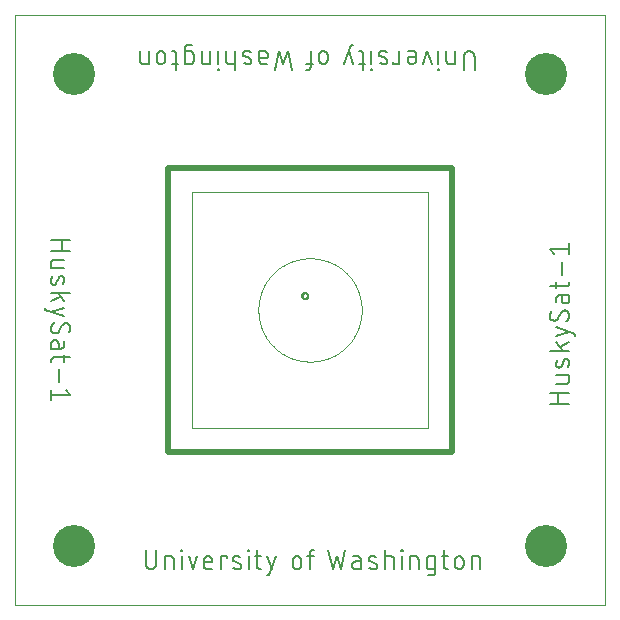
<source format=gto>
G75*
%MOIN*%
%OFA0B0*%
%FSLAX25Y25*%
%IPPOS*%
%LPD*%
%AMOC8*
5,1,8,0,0,1.08239X$1,22.5*
%
%ADD10C,0.00004*%
%ADD11C,0.01969*%
%ADD12C,0.00600*%
%ADD13C,0.00000*%
%ADD14C,0.14000*%
D10*
X0001002Y0001002D02*
X0197852Y0001002D01*
X0197852Y0197852D01*
X0001002Y0197852D01*
X0001002Y0001002D01*
X0060057Y0060057D02*
X0060057Y0138797D01*
X0138797Y0138797D01*
X0138797Y0060057D01*
X0060057Y0060057D01*
X0097671Y0103396D02*
X0097616Y0103398D01*
X0097561Y0103404D01*
X0097507Y0103413D01*
X0097453Y0103427D01*
X0097400Y0103444D01*
X0097349Y0103464D01*
X0097300Y0103489D01*
X0097252Y0103516D01*
X0097206Y0103547D01*
X0097163Y0103581D01*
X0097122Y0103618D01*
X0097083Y0103658D01*
X0097048Y0103700D01*
X0097015Y0103745D01*
X0096986Y0103792D01*
X0096960Y0103840D01*
X0096938Y0103891D01*
X0096919Y0103943D01*
X0096903Y0103996D01*
X0096892Y0104050D01*
X0096884Y0104104D01*
X0096880Y0104159D01*
X0096880Y0104215D01*
X0096884Y0104270D01*
X0096892Y0104324D01*
X0096903Y0104378D01*
X0096919Y0104431D01*
X0096938Y0104483D01*
X0096960Y0104534D01*
X0096986Y0104583D01*
X0097015Y0104629D01*
X0097048Y0104674D01*
X0097083Y0104716D01*
X0097122Y0104756D01*
X0097163Y0104793D01*
X0097206Y0104827D01*
X0097252Y0104858D01*
X0097300Y0104885D01*
X0097349Y0104910D01*
X0097400Y0104930D01*
X0097453Y0104947D01*
X0097507Y0104961D01*
X0097561Y0104970D01*
X0097616Y0104976D01*
X0097671Y0104978D01*
X0097726Y0104976D01*
X0097781Y0104970D01*
X0097835Y0104961D01*
X0097889Y0104947D01*
X0097942Y0104930D01*
X0097993Y0104910D01*
X0098042Y0104885D01*
X0098090Y0104858D01*
X0098136Y0104827D01*
X0098179Y0104793D01*
X0098220Y0104756D01*
X0098259Y0104716D01*
X0098294Y0104674D01*
X0098327Y0104629D01*
X0098356Y0104583D01*
X0098382Y0104534D01*
X0098404Y0104483D01*
X0098423Y0104431D01*
X0098439Y0104378D01*
X0098450Y0104324D01*
X0098458Y0104270D01*
X0098462Y0104215D01*
X0098462Y0104159D01*
X0098458Y0104104D01*
X0098450Y0104050D01*
X0098439Y0103996D01*
X0098423Y0103943D01*
X0098404Y0103891D01*
X0098382Y0103840D01*
X0098356Y0103792D01*
X0098327Y0103745D01*
X0098294Y0103700D01*
X0098259Y0103658D01*
X0098220Y0103618D01*
X0098179Y0103581D01*
X0098136Y0103547D01*
X0098090Y0103516D01*
X0098042Y0103489D01*
X0097993Y0103464D01*
X0097942Y0103444D01*
X0097889Y0103427D01*
X0097835Y0103413D01*
X0097781Y0103404D01*
X0097726Y0103398D01*
X0097671Y0103396D01*
X0097616Y0103398D01*
X0097561Y0103404D01*
X0097507Y0103413D01*
X0097453Y0103427D01*
X0097400Y0103444D01*
X0097349Y0103464D01*
X0097300Y0103489D01*
X0097252Y0103516D01*
X0097206Y0103547D01*
X0097163Y0103581D01*
X0097122Y0103618D01*
X0097083Y0103658D01*
X0097048Y0103700D01*
X0097015Y0103745D01*
X0096986Y0103792D01*
X0096960Y0103840D01*
X0096938Y0103891D01*
X0096919Y0103943D01*
X0096903Y0103996D01*
X0096892Y0104050D01*
X0096884Y0104104D01*
X0096880Y0104159D01*
X0096880Y0104215D01*
X0096884Y0104270D01*
X0096892Y0104324D01*
X0096903Y0104378D01*
X0096919Y0104431D01*
X0096938Y0104483D01*
X0096960Y0104534D01*
X0096986Y0104583D01*
X0097015Y0104629D01*
X0097048Y0104674D01*
X0097083Y0104716D01*
X0097122Y0104756D01*
X0097163Y0104793D01*
X0097206Y0104827D01*
X0097252Y0104858D01*
X0097300Y0104885D01*
X0097349Y0104910D01*
X0097400Y0104930D01*
X0097453Y0104947D01*
X0097507Y0104961D01*
X0097561Y0104970D01*
X0097616Y0104976D01*
X0097671Y0104978D01*
X0097726Y0104976D01*
X0097781Y0104970D01*
X0097835Y0104961D01*
X0097889Y0104947D01*
X0097942Y0104930D01*
X0097993Y0104910D01*
X0098042Y0104885D01*
X0098090Y0104858D01*
X0098136Y0104827D01*
X0098179Y0104793D01*
X0098220Y0104756D01*
X0098259Y0104716D01*
X0098294Y0104674D01*
X0098327Y0104629D01*
X0098356Y0104583D01*
X0098382Y0104534D01*
X0098404Y0104483D01*
X0098423Y0104431D01*
X0098439Y0104378D01*
X0098450Y0104324D01*
X0098458Y0104270D01*
X0098462Y0104215D01*
X0098462Y0104159D01*
X0098458Y0104104D01*
X0098450Y0104050D01*
X0098439Y0103996D01*
X0098423Y0103943D01*
X0098404Y0103891D01*
X0098382Y0103840D01*
X0098356Y0103792D01*
X0098327Y0103745D01*
X0098294Y0103700D01*
X0098259Y0103658D01*
X0098220Y0103618D01*
X0098179Y0103581D01*
X0098136Y0103547D01*
X0098090Y0103516D01*
X0098042Y0103489D01*
X0097993Y0103464D01*
X0097942Y0103444D01*
X0097889Y0103427D01*
X0097835Y0103413D01*
X0097781Y0103404D01*
X0097726Y0103398D01*
X0097671Y0103396D01*
X0096490Y0104187D02*
X0096492Y0104256D01*
X0096498Y0104324D01*
X0096508Y0104392D01*
X0096522Y0104459D01*
X0096540Y0104526D01*
X0096561Y0104591D01*
X0096587Y0104655D01*
X0096616Y0104717D01*
X0096648Y0104777D01*
X0096684Y0104836D01*
X0096724Y0104892D01*
X0096766Y0104946D01*
X0096812Y0104997D01*
X0096861Y0105046D01*
X0096912Y0105092D01*
X0096966Y0105134D01*
X0097022Y0105174D01*
X0097080Y0105210D01*
X0097141Y0105242D01*
X0097203Y0105271D01*
X0097267Y0105297D01*
X0097332Y0105318D01*
X0097399Y0105336D01*
X0097466Y0105350D01*
X0097534Y0105360D01*
X0097602Y0105366D01*
X0097671Y0105368D01*
X0097740Y0105366D01*
X0097808Y0105360D01*
X0097876Y0105350D01*
X0097943Y0105336D01*
X0098010Y0105318D01*
X0098075Y0105297D01*
X0098139Y0105271D01*
X0098201Y0105242D01*
X0098261Y0105210D01*
X0098320Y0105174D01*
X0098376Y0105134D01*
X0098430Y0105092D01*
X0098481Y0105046D01*
X0098530Y0104997D01*
X0098576Y0104946D01*
X0098618Y0104892D01*
X0098658Y0104836D01*
X0098694Y0104777D01*
X0098726Y0104717D01*
X0098755Y0104655D01*
X0098781Y0104591D01*
X0098802Y0104526D01*
X0098820Y0104459D01*
X0098834Y0104392D01*
X0098844Y0104324D01*
X0098850Y0104256D01*
X0098852Y0104187D01*
X0098850Y0104118D01*
X0098844Y0104050D01*
X0098834Y0103982D01*
X0098820Y0103915D01*
X0098802Y0103848D01*
X0098781Y0103783D01*
X0098755Y0103719D01*
X0098726Y0103657D01*
X0098694Y0103596D01*
X0098658Y0103538D01*
X0098618Y0103482D01*
X0098576Y0103428D01*
X0098530Y0103377D01*
X0098481Y0103328D01*
X0098430Y0103282D01*
X0098376Y0103240D01*
X0098320Y0103200D01*
X0098262Y0103164D01*
X0098201Y0103132D01*
X0098139Y0103103D01*
X0098075Y0103077D01*
X0098010Y0103056D01*
X0097943Y0103038D01*
X0097876Y0103024D01*
X0097808Y0103014D01*
X0097740Y0103008D01*
X0097671Y0103006D01*
X0097602Y0103008D01*
X0097534Y0103014D01*
X0097466Y0103024D01*
X0097399Y0103038D01*
X0097332Y0103056D01*
X0097267Y0103077D01*
X0097203Y0103103D01*
X0097141Y0103132D01*
X0097080Y0103164D01*
X0097022Y0103200D01*
X0096966Y0103240D01*
X0096912Y0103282D01*
X0096861Y0103328D01*
X0096812Y0103377D01*
X0096766Y0103428D01*
X0096724Y0103482D01*
X0096684Y0103538D01*
X0096648Y0103596D01*
X0096616Y0103657D01*
X0096587Y0103719D01*
X0096561Y0103783D01*
X0096540Y0103848D01*
X0096522Y0103915D01*
X0096508Y0103982D01*
X0096498Y0104050D01*
X0096492Y0104118D01*
X0096490Y0104187D01*
D11*
X0052183Y0146671D02*
X0146671Y0146671D01*
X0146671Y0052183D01*
X0052183Y0052183D01*
X0052183Y0146671D01*
D12*
X0054815Y0179341D02*
X0054815Y0184675D01*
X0054813Y0184739D01*
X0054807Y0184804D01*
X0054798Y0184867D01*
X0054784Y0184930D01*
X0054767Y0184992D01*
X0054746Y0185053D01*
X0054721Y0185113D01*
X0054693Y0185171D01*
X0054661Y0185227D01*
X0054626Y0185281D01*
X0054588Y0185333D01*
X0054547Y0185383D01*
X0054502Y0185429D01*
X0054456Y0185474D01*
X0054406Y0185515D01*
X0054354Y0185553D01*
X0054300Y0185588D01*
X0054244Y0185620D01*
X0054186Y0185648D01*
X0054126Y0185673D01*
X0054065Y0185694D01*
X0054003Y0185711D01*
X0053940Y0185725D01*
X0053877Y0185734D01*
X0053812Y0185740D01*
X0053748Y0185742D01*
X0053748Y0185741D02*
X0053393Y0185741D01*
X0051118Y0184319D02*
X0051118Y0182897D01*
X0051117Y0182897D02*
X0051115Y0182823D01*
X0051109Y0182748D01*
X0051099Y0182675D01*
X0051086Y0182601D01*
X0051069Y0182529D01*
X0051047Y0182458D01*
X0051023Y0182387D01*
X0050994Y0182319D01*
X0050962Y0182251D01*
X0050926Y0182186D01*
X0050888Y0182123D01*
X0050845Y0182061D01*
X0050800Y0182002D01*
X0050752Y0181945D01*
X0050701Y0181891D01*
X0050647Y0181840D01*
X0050590Y0181792D01*
X0050531Y0181747D01*
X0050469Y0181704D01*
X0050406Y0181666D01*
X0050341Y0181630D01*
X0050273Y0181598D01*
X0050205Y0181569D01*
X0050134Y0181545D01*
X0050063Y0181523D01*
X0049991Y0181506D01*
X0049917Y0181493D01*
X0049844Y0181483D01*
X0049769Y0181477D01*
X0049695Y0181475D01*
X0049621Y0181477D01*
X0049546Y0181483D01*
X0049473Y0181493D01*
X0049399Y0181506D01*
X0049327Y0181523D01*
X0049256Y0181545D01*
X0049185Y0181569D01*
X0049117Y0181598D01*
X0049049Y0181630D01*
X0048984Y0181666D01*
X0048921Y0181704D01*
X0048859Y0181747D01*
X0048800Y0181792D01*
X0048743Y0181840D01*
X0048689Y0181891D01*
X0048638Y0181945D01*
X0048590Y0182002D01*
X0048545Y0182061D01*
X0048502Y0182123D01*
X0048464Y0182186D01*
X0048428Y0182251D01*
X0048396Y0182319D01*
X0048367Y0182387D01*
X0048343Y0182458D01*
X0048321Y0182529D01*
X0048304Y0182601D01*
X0048291Y0182675D01*
X0048281Y0182748D01*
X0048275Y0182823D01*
X0048273Y0182897D01*
X0048273Y0184319D01*
X0048275Y0184393D01*
X0048281Y0184468D01*
X0048291Y0184541D01*
X0048304Y0184615D01*
X0048321Y0184687D01*
X0048343Y0184758D01*
X0048367Y0184829D01*
X0048396Y0184897D01*
X0048428Y0184965D01*
X0048464Y0185030D01*
X0048502Y0185093D01*
X0048545Y0185155D01*
X0048590Y0185214D01*
X0048638Y0185271D01*
X0048689Y0185325D01*
X0048743Y0185376D01*
X0048800Y0185424D01*
X0048859Y0185469D01*
X0048921Y0185512D01*
X0048984Y0185550D01*
X0049049Y0185586D01*
X0049117Y0185618D01*
X0049185Y0185647D01*
X0049256Y0185671D01*
X0049327Y0185693D01*
X0049399Y0185710D01*
X0049473Y0185723D01*
X0049546Y0185733D01*
X0049621Y0185739D01*
X0049695Y0185741D01*
X0049769Y0185739D01*
X0049844Y0185733D01*
X0049917Y0185723D01*
X0049991Y0185710D01*
X0050063Y0185693D01*
X0050134Y0185671D01*
X0050205Y0185647D01*
X0050273Y0185618D01*
X0050341Y0185586D01*
X0050406Y0185550D01*
X0050469Y0185512D01*
X0050531Y0185469D01*
X0050590Y0185424D01*
X0050647Y0185376D01*
X0050701Y0185325D01*
X0050752Y0185271D01*
X0050800Y0185214D01*
X0050845Y0185155D01*
X0050888Y0185093D01*
X0050926Y0185030D01*
X0050962Y0184965D01*
X0050994Y0184897D01*
X0051023Y0184829D01*
X0051047Y0184758D01*
X0051069Y0184687D01*
X0051086Y0184615D01*
X0051099Y0184541D01*
X0051109Y0184468D01*
X0051115Y0184393D01*
X0051117Y0184319D01*
X0053393Y0181475D02*
X0055526Y0181475D01*
X0057738Y0181475D02*
X0057738Y0186808D01*
X0057738Y0185741D02*
X0059516Y0185741D01*
X0059516Y0185742D02*
X0059580Y0185740D01*
X0059645Y0185734D01*
X0059708Y0185725D01*
X0059771Y0185711D01*
X0059833Y0185694D01*
X0059894Y0185673D01*
X0059954Y0185648D01*
X0060012Y0185620D01*
X0060068Y0185588D01*
X0060122Y0185553D01*
X0060174Y0185515D01*
X0060224Y0185474D01*
X0060270Y0185429D01*
X0060315Y0185383D01*
X0060356Y0185333D01*
X0060394Y0185281D01*
X0060429Y0185227D01*
X0060461Y0185171D01*
X0060489Y0185113D01*
X0060514Y0185053D01*
X0060535Y0184992D01*
X0060552Y0184930D01*
X0060566Y0184867D01*
X0060575Y0184804D01*
X0060581Y0184739D01*
X0060583Y0184675D01*
X0060583Y0182541D01*
X0060581Y0182477D01*
X0060575Y0182412D01*
X0060566Y0182349D01*
X0060552Y0182286D01*
X0060535Y0182224D01*
X0060514Y0182163D01*
X0060489Y0182103D01*
X0060461Y0182045D01*
X0060429Y0181989D01*
X0060394Y0181935D01*
X0060356Y0181883D01*
X0060315Y0181833D01*
X0060270Y0181787D01*
X0060224Y0181742D01*
X0060174Y0181701D01*
X0060122Y0181663D01*
X0060068Y0181628D01*
X0060012Y0181596D01*
X0059954Y0181568D01*
X0059894Y0181543D01*
X0059833Y0181522D01*
X0059771Y0181505D01*
X0059708Y0181491D01*
X0059645Y0181482D01*
X0059580Y0181476D01*
X0059516Y0181474D01*
X0059516Y0181475D02*
X0057738Y0181475D01*
X0057738Y0186808D02*
X0057740Y0186872D01*
X0057746Y0186937D01*
X0057755Y0187000D01*
X0057769Y0187063D01*
X0057786Y0187125D01*
X0057807Y0187186D01*
X0057832Y0187246D01*
X0057860Y0187304D01*
X0057892Y0187360D01*
X0057927Y0187414D01*
X0057965Y0187466D01*
X0058006Y0187516D01*
X0058051Y0187562D01*
X0058097Y0187607D01*
X0058147Y0187648D01*
X0058199Y0187686D01*
X0058253Y0187721D01*
X0058309Y0187753D01*
X0058367Y0187781D01*
X0058427Y0187806D01*
X0058488Y0187827D01*
X0058550Y0187844D01*
X0058613Y0187858D01*
X0058676Y0187867D01*
X0058741Y0187873D01*
X0058805Y0187875D01*
X0060227Y0187875D01*
X0063248Y0185741D02*
X0063248Y0182541D01*
X0063250Y0182477D01*
X0063256Y0182412D01*
X0063265Y0182349D01*
X0063279Y0182286D01*
X0063296Y0182224D01*
X0063317Y0182163D01*
X0063342Y0182103D01*
X0063370Y0182045D01*
X0063402Y0181989D01*
X0063437Y0181935D01*
X0063475Y0181883D01*
X0063516Y0181833D01*
X0063561Y0181787D01*
X0063607Y0181742D01*
X0063657Y0181701D01*
X0063709Y0181663D01*
X0063763Y0181628D01*
X0063819Y0181596D01*
X0063877Y0181568D01*
X0063937Y0181543D01*
X0063998Y0181522D01*
X0064060Y0181505D01*
X0064123Y0181491D01*
X0064186Y0181482D01*
X0064251Y0181476D01*
X0064315Y0181474D01*
X0064315Y0181475D02*
X0066092Y0181475D01*
X0066092Y0185741D01*
X0068773Y0185741D02*
X0068773Y0181475D01*
X0068595Y0179697D02*
X0068951Y0179697D01*
X0068951Y0179341D01*
X0068595Y0179341D01*
X0068595Y0179697D01*
X0071453Y0182541D02*
X0071453Y0185741D01*
X0074298Y0185741D02*
X0074298Y0179341D01*
X0074298Y0181475D02*
X0072520Y0181475D01*
X0072520Y0181474D02*
X0072456Y0181476D01*
X0072391Y0181482D01*
X0072328Y0181491D01*
X0072265Y0181505D01*
X0072203Y0181522D01*
X0072142Y0181543D01*
X0072082Y0181568D01*
X0072024Y0181596D01*
X0071968Y0181628D01*
X0071914Y0181663D01*
X0071862Y0181701D01*
X0071812Y0181742D01*
X0071766Y0181787D01*
X0071721Y0181833D01*
X0071680Y0181883D01*
X0071642Y0181935D01*
X0071607Y0181989D01*
X0071575Y0182045D01*
X0071547Y0182103D01*
X0071522Y0182163D01*
X0071501Y0182224D01*
X0071484Y0182286D01*
X0071470Y0182349D01*
X0071461Y0182412D01*
X0071455Y0182477D01*
X0071453Y0182541D01*
X0077525Y0183964D02*
X0079303Y0183252D01*
X0079358Y0183228D01*
X0079411Y0183201D01*
X0079462Y0183170D01*
X0079511Y0183136D01*
X0079557Y0183099D01*
X0079601Y0183059D01*
X0079643Y0183017D01*
X0079681Y0182971D01*
X0079717Y0182924D01*
X0079749Y0182874D01*
X0079779Y0182822D01*
X0079804Y0182768D01*
X0079827Y0182713D01*
X0079845Y0182657D01*
X0079860Y0182599D01*
X0079872Y0182541D01*
X0079879Y0182482D01*
X0079883Y0182422D01*
X0079882Y0182363D01*
X0079878Y0182303D01*
X0079870Y0182244D01*
X0079859Y0182186D01*
X0079843Y0182129D01*
X0079824Y0182072D01*
X0079802Y0182017D01*
X0079775Y0181964D01*
X0079746Y0181912D01*
X0079713Y0181863D01*
X0079677Y0181815D01*
X0079638Y0181770D01*
X0079596Y0181728D01*
X0079552Y0181688D01*
X0079505Y0181652D01*
X0079456Y0181618D01*
X0079405Y0181588D01*
X0079352Y0181561D01*
X0079297Y0181537D01*
X0079241Y0181518D01*
X0079184Y0181501D01*
X0079125Y0181489D01*
X0079067Y0181480D01*
X0079007Y0181475D01*
X0078948Y0181474D01*
X0079837Y0185386D02*
X0079692Y0185436D01*
X0079545Y0185482D01*
X0079398Y0185525D01*
X0079249Y0185564D01*
X0079099Y0185599D01*
X0078949Y0185631D01*
X0078798Y0185658D01*
X0078646Y0185682D01*
X0078494Y0185701D01*
X0078341Y0185717D01*
X0078188Y0185729D01*
X0078035Y0185737D01*
X0077881Y0185741D01*
X0077881Y0185742D02*
X0077822Y0185741D01*
X0077762Y0185736D01*
X0077704Y0185727D01*
X0077645Y0185715D01*
X0077588Y0185698D01*
X0077532Y0185679D01*
X0077477Y0185655D01*
X0077424Y0185628D01*
X0077373Y0185598D01*
X0077324Y0185564D01*
X0077277Y0185528D01*
X0077233Y0185488D01*
X0077191Y0185446D01*
X0077152Y0185401D01*
X0077116Y0185353D01*
X0077083Y0185304D01*
X0077054Y0185252D01*
X0077027Y0185199D01*
X0077005Y0185144D01*
X0076986Y0185087D01*
X0076970Y0185030D01*
X0076959Y0184972D01*
X0076951Y0184913D01*
X0076947Y0184853D01*
X0076946Y0184794D01*
X0076950Y0184734D01*
X0076957Y0184675D01*
X0076969Y0184617D01*
X0076984Y0184559D01*
X0077002Y0184503D01*
X0077025Y0184448D01*
X0077050Y0184394D01*
X0077080Y0184342D01*
X0077112Y0184292D01*
X0077148Y0184245D01*
X0077186Y0184199D01*
X0077228Y0184157D01*
X0077272Y0184117D01*
X0077318Y0184080D01*
X0077367Y0184046D01*
X0077418Y0184015D01*
X0077471Y0183988D01*
X0077526Y0183964D01*
X0077347Y0181830D02*
X0077455Y0181783D01*
X0077565Y0181740D01*
X0077676Y0181699D01*
X0077788Y0181662D01*
X0077900Y0181628D01*
X0078014Y0181597D01*
X0078129Y0181570D01*
X0078245Y0181546D01*
X0078361Y0181526D01*
X0078477Y0181509D01*
X0078594Y0181495D01*
X0078712Y0181485D01*
X0078829Y0181478D01*
X0078947Y0181474D01*
X0082559Y0182541D02*
X0082559Y0185741D01*
X0084159Y0185741D01*
X0084229Y0185739D01*
X0084298Y0185733D01*
X0084367Y0185723D01*
X0084436Y0185710D01*
X0084503Y0185692D01*
X0084570Y0185671D01*
X0084635Y0185646D01*
X0084699Y0185618D01*
X0084761Y0185586D01*
X0084821Y0185550D01*
X0084879Y0185512D01*
X0084935Y0185470D01*
X0084988Y0185425D01*
X0085039Y0185377D01*
X0085087Y0185326D01*
X0085132Y0185273D01*
X0085174Y0185217D01*
X0085212Y0185159D01*
X0085248Y0185099D01*
X0085280Y0185037D01*
X0085308Y0184973D01*
X0085333Y0184908D01*
X0085354Y0184841D01*
X0085372Y0184774D01*
X0085385Y0184705D01*
X0085395Y0184636D01*
X0085401Y0184567D01*
X0085403Y0184497D01*
X0085401Y0184427D01*
X0085395Y0184358D01*
X0085385Y0184289D01*
X0085372Y0184220D01*
X0085354Y0184153D01*
X0085333Y0184086D01*
X0085308Y0184021D01*
X0085280Y0183957D01*
X0085248Y0183895D01*
X0085212Y0183835D01*
X0085174Y0183777D01*
X0085132Y0183721D01*
X0085087Y0183668D01*
X0085039Y0183617D01*
X0084988Y0183569D01*
X0084935Y0183524D01*
X0084879Y0183482D01*
X0084821Y0183444D01*
X0084761Y0183408D01*
X0084699Y0183376D01*
X0084635Y0183348D01*
X0084570Y0183323D01*
X0084503Y0183302D01*
X0084436Y0183284D01*
X0084367Y0183271D01*
X0084298Y0183261D01*
X0084229Y0183255D01*
X0084159Y0183253D01*
X0084159Y0183252D02*
X0082559Y0183252D01*
X0082559Y0182541D02*
X0082561Y0182477D01*
X0082567Y0182412D01*
X0082576Y0182349D01*
X0082590Y0182286D01*
X0082607Y0182224D01*
X0082628Y0182163D01*
X0082653Y0182103D01*
X0082681Y0182045D01*
X0082713Y0181989D01*
X0082748Y0181935D01*
X0082786Y0181883D01*
X0082827Y0181833D01*
X0082872Y0181787D01*
X0082918Y0181742D01*
X0082968Y0181701D01*
X0083020Y0181663D01*
X0083074Y0181628D01*
X0083130Y0181596D01*
X0083188Y0181568D01*
X0083248Y0181543D01*
X0083309Y0181522D01*
X0083371Y0181505D01*
X0083434Y0181491D01*
X0083497Y0181482D01*
X0083562Y0181476D01*
X0083626Y0181474D01*
X0083626Y0181475D02*
X0085048Y0181475D01*
X0087673Y0179341D02*
X0089095Y0185741D01*
X0090517Y0181475D01*
X0091939Y0185741D01*
X0093362Y0179341D01*
X0098168Y0179341D02*
X0098523Y0179341D01*
X0098587Y0179343D01*
X0098652Y0179349D01*
X0098715Y0179358D01*
X0098778Y0179372D01*
X0098840Y0179389D01*
X0098901Y0179410D01*
X0098961Y0179435D01*
X0099019Y0179463D01*
X0099075Y0179495D01*
X0099129Y0179530D01*
X0099181Y0179568D01*
X0099231Y0179609D01*
X0099277Y0179654D01*
X0099322Y0179700D01*
X0099363Y0179750D01*
X0099401Y0179802D01*
X0099436Y0179856D01*
X0099468Y0179912D01*
X0099496Y0179970D01*
X0099521Y0180030D01*
X0099542Y0180091D01*
X0099559Y0180153D01*
X0099573Y0180216D01*
X0099582Y0180279D01*
X0099588Y0180344D01*
X0099590Y0180408D01*
X0099590Y0185741D01*
X0102429Y0184319D02*
X0102429Y0182897D01*
X0102431Y0182823D01*
X0102437Y0182748D01*
X0102447Y0182675D01*
X0102460Y0182601D01*
X0102477Y0182529D01*
X0102499Y0182458D01*
X0102523Y0182387D01*
X0102552Y0182319D01*
X0102584Y0182251D01*
X0102620Y0182186D01*
X0102658Y0182123D01*
X0102701Y0182061D01*
X0102746Y0182002D01*
X0102794Y0181945D01*
X0102845Y0181891D01*
X0102899Y0181840D01*
X0102956Y0181792D01*
X0103015Y0181747D01*
X0103077Y0181704D01*
X0103140Y0181666D01*
X0103205Y0181630D01*
X0103273Y0181598D01*
X0103341Y0181569D01*
X0103412Y0181545D01*
X0103483Y0181523D01*
X0103555Y0181506D01*
X0103629Y0181493D01*
X0103702Y0181483D01*
X0103777Y0181477D01*
X0103851Y0181475D01*
X0103925Y0181477D01*
X0104000Y0181483D01*
X0104073Y0181493D01*
X0104147Y0181506D01*
X0104219Y0181523D01*
X0104290Y0181545D01*
X0104361Y0181569D01*
X0104429Y0181598D01*
X0104497Y0181630D01*
X0104562Y0181666D01*
X0104625Y0181704D01*
X0104687Y0181747D01*
X0104746Y0181792D01*
X0104803Y0181840D01*
X0104857Y0181891D01*
X0104908Y0181945D01*
X0104956Y0182002D01*
X0105001Y0182061D01*
X0105044Y0182123D01*
X0105082Y0182186D01*
X0105118Y0182251D01*
X0105150Y0182319D01*
X0105179Y0182387D01*
X0105203Y0182458D01*
X0105225Y0182529D01*
X0105242Y0182601D01*
X0105255Y0182675D01*
X0105265Y0182748D01*
X0105271Y0182823D01*
X0105273Y0182897D01*
X0105273Y0184319D01*
X0105271Y0184393D01*
X0105265Y0184468D01*
X0105255Y0184541D01*
X0105242Y0184615D01*
X0105225Y0184687D01*
X0105203Y0184758D01*
X0105179Y0184829D01*
X0105150Y0184897D01*
X0105118Y0184965D01*
X0105082Y0185030D01*
X0105044Y0185093D01*
X0105001Y0185155D01*
X0104956Y0185214D01*
X0104908Y0185271D01*
X0104857Y0185325D01*
X0104803Y0185376D01*
X0104746Y0185424D01*
X0104687Y0185469D01*
X0104625Y0185512D01*
X0104562Y0185550D01*
X0104497Y0185586D01*
X0104429Y0185618D01*
X0104361Y0185647D01*
X0104290Y0185671D01*
X0104219Y0185693D01*
X0104147Y0185710D01*
X0104073Y0185723D01*
X0104000Y0185733D01*
X0103925Y0185739D01*
X0103851Y0185741D01*
X0103777Y0185739D01*
X0103702Y0185733D01*
X0103629Y0185723D01*
X0103555Y0185710D01*
X0103483Y0185693D01*
X0103412Y0185671D01*
X0103341Y0185647D01*
X0103273Y0185618D01*
X0103205Y0185586D01*
X0103140Y0185550D01*
X0103077Y0185512D01*
X0103015Y0185469D01*
X0102956Y0185424D01*
X0102899Y0185376D01*
X0102845Y0185325D01*
X0102794Y0185271D01*
X0102746Y0185214D01*
X0102701Y0185155D01*
X0102658Y0185093D01*
X0102620Y0185030D01*
X0102584Y0184965D01*
X0102552Y0184897D01*
X0102523Y0184829D01*
X0102499Y0184758D01*
X0102477Y0184687D01*
X0102460Y0184615D01*
X0102447Y0184541D01*
X0102437Y0184468D01*
X0102431Y0184393D01*
X0102429Y0184319D01*
X0100301Y0181475D02*
X0098168Y0181475D01*
X0110839Y0181475D02*
X0112972Y0187875D01*
X0113683Y0187875D01*
X0112261Y0185741D02*
X0113683Y0181475D01*
X0115753Y0181475D02*
X0117887Y0181475D01*
X0119851Y0181475D02*
X0119851Y0185741D01*
X0123215Y0185742D02*
X0123156Y0185741D01*
X0123096Y0185736D01*
X0123038Y0185727D01*
X0122979Y0185715D01*
X0122922Y0185698D01*
X0122866Y0185679D01*
X0122811Y0185655D01*
X0122758Y0185628D01*
X0122707Y0185598D01*
X0122658Y0185564D01*
X0122611Y0185528D01*
X0122567Y0185488D01*
X0122525Y0185446D01*
X0122486Y0185401D01*
X0122450Y0185353D01*
X0122417Y0185304D01*
X0122388Y0185252D01*
X0122361Y0185199D01*
X0122339Y0185144D01*
X0122320Y0185087D01*
X0122304Y0185030D01*
X0122293Y0184972D01*
X0122285Y0184913D01*
X0122281Y0184853D01*
X0122280Y0184794D01*
X0122284Y0184734D01*
X0122291Y0184675D01*
X0122303Y0184617D01*
X0122318Y0184559D01*
X0122336Y0184503D01*
X0122359Y0184448D01*
X0122384Y0184394D01*
X0122414Y0184342D01*
X0122446Y0184292D01*
X0122482Y0184245D01*
X0122520Y0184199D01*
X0122562Y0184157D01*
X0122606Y0184117D01*
X0122652Y0184080D01*
X0122701Y0184046D01*
X0122752Y0184015D01*
X0122805Y0183988D01*
X0122860Y0183964D01*
X0124638Y0183252D01*
X0124637Y0183252D02*
X0124692Y0183228D01*
X0124745Y0183201D01*
X0124796Y0183170D01*
X0124845Y0183136D01*
X0124891Y0183099D01*
X0124935Y0183059D01*
X0124977Y0183017D01*
X0125015Y0182971D01*
X0125051Y0182924D01*
X0125083Y0182874D01*
X0125113Y0182822D01*
X0125138Y0182768D01*
X0125161Y0182713D01*
X0125179Y0182657D01*
X0125194Y0182599D01*
X0125206Y0182541D01*
X0125213Y0182482D01*
X0125217Y0182422D01*
X0125216Y0182363D01*
X0125212Y0182303D01*
X0125204Y0182244D01*
X0125193Y0182186D01*
X0125177Y0182129D01*
X0125158Y0182072D01*
X0125136Y0182017D01*
X0125109Y0181964D01*
X0125080Y0181912D01*
X0125047Y0181863D01*
X0125011Y0181815D01*
X0124972Y0181770D01*
X0124930Y0181728D01*
X0124886Y0181688D01*
X0124839Y0181652D01*
X0124790Y0181618D01*
X0124739Y0181588D01*
X0124686Y0181561D01*
X0124631Y0181537D01*
X0124575Y0181518D01*
X0124518Y0181501D01*
X0124459Y0181489D01*
X0124401Y0181480D01*
X0124341Y0181475D01*
X0124282Y0181474D01*
X0125171Y0185386D02*
X0125026Y0185436D01*
X0124879Y0185482D01*
X0124732Y0185525D01*
X0124583Y0185564D01*
X0124433Y0185599D01*
X0124283Y0185631D01*
X0124132Y0185658D01*
X0123980Y0185682D01*
X0123828Y0185701D01*
X0123675Y0185717D01*
X0123522Y0185729D01*
X0123369Y0185737D01*
X0123215Y0185741D01*
X0122682Y0181830D02*
X0122790Y0181783D01*
X0122900Y0181740D01*
X0123011Y0181699D01*
X0123123Y0181662D01*
X0123235Y0181628D01*
X0123349Y0181597D01*
X0123464Y0181570D01*
X0123580Y0181546D01*
X0123696Y0181526D01*
X0123812Y0181509D01*
X0123929Y0181495D01*
X0124047Y0181485D01*
X0124164Y0181478D01*
X0124282Y0181474D01*
X0127107Y0181475D02*
X0127107Y0182186D01*
X0127107Y0181475D02*
X0129240Y0181475D01*
X0129240Y0185741D01*
X0131968Y0185741D02*
X0133746Y0185741D01*
X0133746Y0185742D02*
X0133810Y0185740D01*
X0133875Y0185734D01*
X0133938Y0185725D01*
X0134001Y0185711D01*
X0134063Y0185694D01*
X0134124Y0185673D01*
X0134184Y0185648D01*
X0134242Y0185620D01*
X0134298Y0185588D01*
X0134352Y0185553D01*
X0134404Y0185515D01*
X0134454Y0185474D01*
X0134500Y0185429D01*
X0134545Y0185383D01*
X0134586Y0185333D01*
X0134624Y0185281D01*
X0134659Y0185227D01*
X0134691Y0185171D01*
X0134719Y0185113D01*
X0134744Y0185053D01*
X0134765Y0184992D01*
X0134782Y0184930D01*
X0134796Y0184867D01*
X0134805Y0184804D01*
X0134811Y0184739D01*
X0134813Y0184675D01*
X0134812Y0184675D02*
X0134812Y0182897D01*
X0134812Y0183608D02*
X0131968Y0183608D01*
X0131968Y0182897D01*
X0131970Y0182823D01*
X0131976Y0182748D01*
X0131986Y0182675D01*
X0131999Y0182601D01*
X0132016Y0182529D01*
X0132038Y0182458D01*
X0132062Y0182387D01*
X0132091Y0182319D01*
X0132123Y0182251D01*
X0132159Y0182186D01*
X0132197Y0182123D01*
X0132240Y0182061D01*
X0132285Y0182002D01*
X0132333Y0181945D01*
X0132384Y0181891D01*
X0132438Y0181840D01*
X0132495Y0181792D01*
X0132554Y0181747D01*
X0132616Y0181704D01*
X0132679Y0181666D01*
X0132744Y0181630D01*
X0132812Y0181598D01*
X0132880Y0181569D01*
X0132951Y0181545D01*
X0133022Y0181523D01*
X0133094Y0181506D01*
X0133168Y0181493D01*
X0133241Y0181483D01*
X0133316Y0181477D01*
X0133390Y0181475D01*
X0133464Y0181477D01*
X0133539Y0181483D01*
X0133612Y0181493D01*
X0133686Y0181506D01*
X0133758Y0181523D01*
X0133829Y0181545D01*
X0133900Y0181569D01*
X0133968Y0181598D01*
X0134036Y0181630D01*
X0134101Y0181666D01*
X0134164Y0181704D01*
X0134226Y0181747D01*
X0134285Y0181792D01*
X0134342Y0181840D01*
X0134396Y0181891D01*
X0134447Y0181945D01*
X0134495Y0182002D01*
X0134540Y0182061D01*
X0134583Y0182123D01*
X0134621Y0182186D01*
X0134657Y0182251D01*
X0134689Y0182319D01*
X0134718Y0182387D01*
X0134742Y0182458D01*
X0134764Y0182529D01*
X0134781Y0182601D01*
X0134794Y0182675D01*
X0134804Y0182748D01*
X0134810Y0182823D01*
X0134812Y0182897D01*
X0137096Y0181475D02*
X0138518Y0185741D01*
X0139941Y0181475D01*
X0142211Y0181475D02*
X0142211Y0185741D01*
X0144891Y0185741D02*
X0144891Y0182541D01*
X0144893Y0182477D01*
X0144899Y0182412D01*
X0144908Y0182349D01*
X0144922Y0182286D01*
X0144939Y0182224D01*
X0144960Y0182163D01*
X0144985Y0182103D01*
X0145013Y0182045D01*
X0145045Y0181989D01*
X0145080Y0181935D01*
X0145118Y0181883D01*
X0145159Y0181833D01*
X0145204Y0181787D01*
X0145250Y0181742D01*
X0145300Y0181701D01*
X0145352Y0181663D01*
X0145406Y0181628D01*
X0145462Y0181596D01*
X0145520Y0181568D01*
X0145580Y0181543D01*
X0145641Y0181522D01*
X0145703Y0181505D01*
X0145766Y0181491D01*
X0145829Y0181482D01*
X0145894Y0181476D01*
X0145958Y0181474D01*
X0145958Y0181475D02*
X0147736Y0181475D01*
X0147736Y0185741D01*
X0150690Y0183964D02*
X0150690Y0179341D01*
X0154245Y0179341D02*
X0154245Y0183964D01*
X0154243Y0184047D01*
X0154237Y0184130D01*
X0154227Y0184213D01*
X0154214Y0184296D01*
X0154196Y0184377D01*
X0154175Y0184458D01*
X0154150Y0184537D01*
X0154121Y0184615D01*
X0154089Y0184692D01*
X0154053Y0184767D01*
X0154014Y0184841D01*
X0153971Y0184912D01*
X0153925Y0184982D01*
X0153875Y0185049D01*
X0153823Y0185114D01*
X0153768Y0185176D01*
X0153709Y0185236D01*
X0153648Y0185293D01*
X0153585Y0185347D01*
X0153519Y0185398D01*
X0153450Y0185445D01*
X0153380Y0185490D01*
X0153307Y0185531D01*
X0153233Y0185568D01*
X0153157Y0185603D01*
X0153079Y0185633D01*
X0153001Y0185660D01*
X0152920Y0185683D01*
X0152839Y0185703D01*
X0152757Y0185718D01*
X0152675Y0185730D01*
X0152592Y0185738D01*
X0152509Y0185742D01*
X0152425Y0185742D01*
X0152342Y0185738D01*
X0152259Y0185730D01*
X0152177Y0185718D01*
X0152095Y0185703D01*
X0152014Y0185683D01*
X0151933Y0185660D01*
X0151855Y0185633D01*
X0151777Y0185603D01*
X0151701Y0185568D01*
X0151627Y0185531D01*
X0151554Y0185490D01*
X0151484Y0185445D01*
X0151415Y0185398D01*
X0151349Y0185347D01*
X0151286Y0185293D01*
X0151225Y0185236D01*
X0151166Y0185176D01*
X0151111Y0185114D01*
X0151059Y0185049D01*
X0151009Y0184982D01*
X0150963Y0184912D01*
X0150920Y0184841D01*
X0150881Y0184767D01*
X0150845Y0184692D01*
X0150813Y0184615D01*
X0150784Y0184537D01*
X0150759Y0184458D01*
X0150738Y0184377D01*
X0150720Y0184296D01*
X0150707Y0184213D01*
X0150697Y0184130D01*
X0150691Y0184047D01*
X0150689Y0183964D01*
X0142389Y0179697D02*
X0142033Y0179697D01*
X0142033Y0179341D01*
X0142389Y0179341D01*
X0142389Y0179697D01*
X0120029Y0179697D02*
X0119673Y0179697D01*
X0119673Y0179341D01*
X0120029Y0179341D01*
X0120029Y0179697D01*
X0117176Y0179341D02*
X0117176Y0184675D01*
X0117174Y0184739D01*
X0117168Y0184804D01*
X0117159Y0184867D01*
X0117145Y0184930D01*
X0117128Y0184992D01*
X0117107Y0185053D01*
X0117082Y0185113D01*
X0117054Y0185171D01*
X0117022Y0185227D01*
X0116987Y0185281D01*
X0116949Y0185333D01*
X0116908Y0185383D01*
X0116863Y0185429D01*
X0116817Y0185474D01*
X0116767Y0185515D01*
X0116715Y0185553D01*
X0116661Y0185588D01*
X0116605Y0185620D01*
X0116547Y0185648D01*
X0116487Y0185673D01*
X0116426Y0185694D01*
X0116364Y0185711D01*
X0116301Y0185725D01*
X0116238Y0185734D01*
X0116173Y0185740D01*
X0116109Y0185742D01*
X0116109Y0185741D02*
X0115753Y0185741D01*
X0179341Y0119856D02*
X0185741Y0119856D01*
X0185741Y0118079D02*
X0185741Y0121634D01*
X0180764Y0118079D02*
X0179341Y0119856D01*
X0183252Y0115425D02*
X0183252Y0111159D01*
X0181475Y0108774D02*
X0181475Y0106641D01*
X0179341Y0107352D02*
X0184675Y0107352D01*
X0184739Y0107354D01*
X0184804Y0107360D01*
X0184867Y0107369D01*
X0184930Y0107383D01*
X0184992Y0107400D01*
X0185053Y0107421D01*
X0185113Y0107446D01*
X0185171Y0107474D01*
X0185227Y0107506D01*
X0185281Y0107541D01*
X0185333Y0107579D01*
X0185383Y0107620D01*
X0185429Y0107665D01*
X0185474Y0107711D01*
X0185515Y0107761D01*
X0185553Y0107813D01*
X0185588Y0107867D01*
X0185620Y0107923D01*
X0185648Y0107981D01*
X0185673Y0108041D01*
X0185694Y0108102D01*
X0185711Y0108164D01*
X0185725Y0108227D01*
X0185734Y0108290D01*
X0185740Y0108355D01*
X0185742Y0108419D01*
X0185741Y0108419D02*
X0185741Y0108774D01*
X0185741Y0104429D02*
X0182541Y0104429D01*
X0183252Y0104429D02*
X0183252Y0102829D01*
X0182541Y0104429D02*
X0182477Y0104427D01*
X0182412Y0104421D01*
X0182349Y0104412D01*
X0182286Y0104398D01*
X0182224Y0104381D01*
X0182163Y0104360D01*
X0182103Y0104335D01*
X0182045Y0104307D01*
X0181989Y0104275D01*
X0181935Y0104240D01*
X0181883Y0104202D01*
X0181833Y0104161D01*
X0181787Y0104116D01*
X0181742Y0104070D01*
X0181701Y0104020D01*
X0181663Y0103968D01*
X0181628Y0103914D01*
X0181596Y0103858D01*
X0181568Y0103800D01*
X0181543Y0103740D01*
X0181522Y0103679D01*
X0181505Y0103617D01*
X0181491Y0103554D01*
X0181482Y0103491D01*
X0181476Y0103426D01*
X0181474Y0103362D01*
X0181475Y0103362D02*
X0181475Y0101940D01*
X0183253Y0102829D02*
X0183255Y0102759D01*
X0183261Y0102690D01*
X0183271Y0102621D01*
X0183284Y0102552D01*
X0183302Y0102485D01*
X0183323Y0102418D01*
X0183348Y0102353D01*
X0183376Y0102289D01*
X0183408Y0102227D01*
X0183444Y0102167D01*
X0183482Y0102109D01*
X0183524Y0102053D01*
X0183569Y0102000D01*
X0183617Y0101949D01*
X0183668Y0101901D01*
X0183721Y0101856D01*
X0183777Y0101814D01*
X0183835Y0101776D01*
X0183895Y0101740D01*
X0183957Y0101708D01*
X0184021Y0101680D01*
X0184086Y0101655D01*
X0184153Y0101634D01*
X0184220Y0101616D01*
X0184289Y0101603D01*
X0184358Y0101593D01*
X0184427Y0101587D01*
X0184497Y0101585D01*
X0184567Y0101587D01*
X0184636Y0101593D01*
X0184705Y0101603D01*
X0184774Y0101616D01*
X0184841Y0101634D01*
X0184908Y0101655D01*
X0184973Y0101680D01*
X0185037Y0101708D01*
X0185099Y0101740D01*
X0185159Y0101776D01*
X0185217Y0101814D01*
X0185273Y0101856D01*
X0185326Y0101901D01*
X0185377Y0101949D01*
X0185425Y0102000D01*
X0185470Y0102053D01*
X0185512Y0102109D01*
X0185550Y0102167D01*
X0185586Y0102227D01*
X0185618Y0102289D01*
X0185646Y0102353D01*
X0185671Y0102418D01*
X0185692Y0102485D01*
X0185710Y0102552D01*
X0185723Y0102621D01*
X0185733Y0102690D01*
X0185739Y0102759D01*
X0185741Y0102829D01*
X0185741Y0104429D01*
X0183075Y0098564D02*
X0182008Y0096608D01*
X0179341Y0097319D02*
X0179343Y0097420D01*
X0179349Y0097521D01*
X0179358Y0097621D01*
X0179372Y0097721D01*
X0179389Y0097821D01*
X0179409Y0097920D01*
X0179434Y0098017D01*
X0179462Y0098114D01*
X0179494Y0098210D01*
X0179530Y0098305D01*
X0179569Y0098398D01*
X0179611Y0098489D01*
X0179657Y0098579D01*
X0179707Y0098667D01*
X0179759Y0098753D01*
X0179815Y0098837D01*
X0179874Y0098919D01*
X0182008Y0096608D02*
X0181968Y0096544D01*
X0181925Y0096483D01*
X0181879Y0096424D01*
X0181830Y0096367D01*
X0181778Y0096313D01*
X0181724Y0096262D01*
X0181666Y0096214D01*
X0181607Y0096168D01*
X0181545Y0096126D01*
X0181480Y0096087D01*
X0181414Y0096052D01*
X0181347Y0096020D01*
X0181277Y0095991D01*
X0181207Y0095966D01*
X0181135Y0095945D01*
X0181062Y0095928D01*
X0180988Y0095914D01*
X0180914Y0095905D01*
X0180839Y0095899D01*
X0180764Y0095897D01*
X0180690Y0095899D01*
X0180615Y0095905D01*
X0180542Y0095915D01*
X0180468Y0095928D01*
X0180396Y0095945D01*
X0180325Y0095967D01*
X0180254Y0095991D01*
X0180186Y0096020D01*
X0180118Y0096052D01*
X0180053Y0096088D01*
X0179990Y0096126D01*
X0179928Y0096169D01*
X0179869Y0096214D01*
X0179812Y0096262D01*
X0179758Y0096313D01*
X0179707Y0096367D01*
X0179659Y0096424D01*
X0179614Y0096483D01*
X0179571Y0096545D01*
X0179533Y0096608D01*
X0179497Y0096673D01*
X0179465Y0096741D01*
X0179436Y0096809D01*
X0179412Y0096880D01*
X0179390Y0096951D01*
X0179373Y0097023D01*
X0179360Y0097097D01*
X0179350Y0097170D01*
X0179344Y0097245D01*
X0179342Y0097319D01*
X0184852Y0095719D02*
X0184927Y0095796D01*
X0185000Y0095876D01*
X0185069Y0095959D01*
X0185136Y0096044D01*
X0185199Y0096131D01*
X0185259Y0096220D01*
X0185316Y0096312D01*
X0185370Y0096405D01*
X0185420Y0096501D01*
X0185467Y0096598D01*
X0185510Y0096697D01*
X0185550Y0096797D01*
X0185586Y0096898D01*
X0185618Y0097001D01*
X0185647Y0097105D01*
X0185672Y0097210D01*
X0185693Y0097316D01*
X0185710Y0097422D01*
X0185724Y0097529D01*
X0185733Y0097637D01*
X0185739Y0097744D01*
X0185741Y0097852D01*
X0185739Y0097926D01*
X0185733Y0098001D01*
X0185723Y0098074D01*
X0185710Y0098148D01*
X0185693Y0098220D01*
X0185671Y0098291D01*
X0185647Y0098362D01*
X0185618Y0098430D01*
X0185586Y0098498D01*
X0185550Y0098563D01*
X0185512Y0098626D01*
X0185469Y0098688D01*
X0185424Y0098747D01*
X0185376Y0098804D01*
X0185325Y0098858D01*
X0185271Y0098909D01*
X0185214Y0098957D01*
X0185155Y0099002D01*
X0185093Y0099045D01*
X0185030Y0099083D01*
X0184965Y0099119D01*
X0184897Y0099151D01*
X0184829Y0099180D01*
X0184758Y0099204D01*
X0184687Y0099226D01*
X0184615Y0099243D01*
X0184541Y0099256D01*
X0184468Y0099266D01*
X0184393Y0099272D01*
X0184319Y0099274D01*
X0184244Y0099272D01*
X0184169Y0099266D01*
X0184095Y0099257D01*
X0184021Y0099243D01*
X0183948Y0099226D01*
X0183876Y0099205D01*
X0183806Y0099180D01*
X0183736Y0099151D01*
X0183669Y0099119D01*
X0183603Y0099084D01*
X0183538Y0099045D01*
X0183476Y0099003D01*
X0183417Y0098957D01*
X0183359Y0098909D01*
X0183305Y0098858D01*
X0183253Y0098804D01*
X0183204Y0098747D01*
X0183158Y0098688D01*
X0183115Y0098627D01*
X0183075Y0098563D01*
X0181475Y0093586D02*
X0187875Y0091452D01*
X0187875Y0090741D01*
X0185741Y0092163D02*
X0181475Y0090741D01*
X0181475Y0088729D02*
X0183608Y0085884D01*
X0182719Y0087129D02*
X0185741Y0088729D01*
X0185741Y0085884D02*
X0179341Y0085884D01*
X0185741Y0082235D02*
X0185737Y0082081D01*
X0185729Y0081928D01*
X0185717Y0081775D01*
X0185701Y0081622D01*
X0185682Y0081470D01*
X0185658Y0081318D01*
X0185631Y0081167D01*
X0185599Y0081017D01*
X0185564Y0080867D01*
X0185525Y0080718D01*
X0185482Y0080571D01*
X0185436Y0080424D01*
X0185386Y0080279D01*
X0181474Y0081169D02*
X0181478Y0081287D01*
X0181485Y0081404D01*
X0181495Y0081522D01*
X0181509Y0081639D01*
X0181526Y0081755D01*
X0181546Y0081871D01*
X0181570Y0081987D01*
X0181597Y0082102D01*
X0181628Y0082216D01*
X0181662Y0082328D01*
X0181699Y0082440D01*
X0181740Y0082551D01*
X0181783Y0082661D01*
X0181830Y0082769D01*
X0181474Y0081168D02*
X0181475Y0081109D01*
X0181480Y0081049D01*
X0181489Y0080991D01*
X0181501Y0080932D01*
X0181518Y0080875D01*
X0181537Y0080819D01*
X0181561Y0080764D01*
X0181588Y0080711D01*
X0181618Y0080660D01*
X0181652Y0080611D01*
X0181688Y0080564D01*
X0181728Y0080520D01*
X0181770Y0080478D01*
X0181815Y0080439D01*
X0181863Y0080403D01*
X0181912Y0080370D01*
X0181964Y0080341D01*
X0182017Y0080314D01*
X0182072Y0080292D01*
X0182129Y0080273D01*
X0182186Y0080257D01*
X0182244Y0080246D01*
X0182303Y0080238D01*
X0182363Y0080234D01*
X0182422Y0080233D01*
X0182482Y0080237D01*
X0182541Y0080244D01*
X0182599Y0080256D01*
X0182657Y0080271D01*
X0182713Y0080289D01*
X0182768Y0080312D01*
X0182822Y0080337D01*
X0182874Y0080367D01*
X0182924Y0080399D01*
X0182971Y0080435D01*
X0183017Y0080473D01*
X0183059Y0080515D01*
X0183099Y0080559D01*
X0183136Y0080605D01*
X0183170Y0080654D01*
X0183201Y0080705D01*
X0183228Y0080758D01*
X0183252Y0080813D01*
X0183964Y0082590D01*
X0183988Y0082645D01*
X0184015Y0082698D01*
X0184046Y0082749D01*
X0184080Y0082798D01*
X0184117Y0082844D01*
X0184157Y0082888D01*
X0184199Y0082930D01*
X0184245Y0082968D01*
X0184292Y0083004D01*
X0184342Y0083036D01*
X0184394Y0083066D01*
X0184448Y0083091D01*
X0184503Y0083114D01*
X0184559Y0083132D01*
X0184617Y0083147D01*
X0184675Y0083159D01*
X0184734Y0083166D01*
X0184794Y0083170D01*
X0184853Y0083169D01*
X0184913Y0083165D01*
X0184972Y0083157D01*
X0185030Y0083146D01*
X0185087Y0083130D01*
X0185144Y0083111D01*
X0185199Y0083089D01*
X0185252Y0083062D01*
X0185304Y0083033D01*
X0185353Y0083000D01*
X0185401Y0082964D01*
X0185446Y0082925D01*
X0185488Y0082883D01*
X0185528Y0082839D01*
X0185564Y0082792D01*
X0185598Y0082743D01*
X0185628Y0082692D01*
X0185655Y0082639D01*
X0185679Y0082584D01*
X0185698Y0082528D01*
X0185715Y0082471D01*
X0185727Y0082412D01*
X0185736Y0082354D01*
X0185741Y0082294D01*
X0185742Y0082235D01*
X0185741Y0077585D02*
X0181475Y0077585D01*
X0184675Y0074740D02*
X0184739Y0074742D01*
X0184804Y0074748D01*
X0184867Y0074757D01*
X0184930Y0074771D01*
X0184992Y0074788D01*
X0185053Y0074809D01*
X0185113Y0074834D01*
X0185171Y0074862D01*
X0185227Y0074894D01*
X0185281Y0074929D01*
X0185333Y0074967D01*
X0185383Y0075008D01*
X0185429Y0075053D01*
X0185474Y0075099D01*
X0185515Y0075149D01*
X0185553Y0075201D01*
X0185588Y0075255D01*
X0185620Y0075311D01*
X0185648Y0075369D01*
X0185673Y0075429D01*
X0185694Y0075490D01*
X0185711Y0075552D01*
X0185725Y0075615D01*
X0185734Y0075678D01*
X0185740Y0075743D01*
X0185742Y0075807D01*
X0185741Y0075807D02*
X0185741Y0077585D01*
X0184675Y0074741D02*
X0181475Y0074741D01*
X0182186Y0071787D02*
X0182186Y0068231D01*
X0179341Y0068231D02*
X0185741Y0068231D01*
X0185741Y0071787D02*
X0179341Y0071787D01*
X0144040Y0019513D02*
X0144040Y0014180D01*
X0144039Y0014180D02*
X0144041Y0014116D01*
X0144047Y0014051D01*
X0144056Y0013988D01*
X0144070Y0013925D01*
X0144087Y0013863D01*
X0144108Y0013802D01*
X0144133Y0013742D01*
X0144161Y0013684D01*
X0144193Y0013628D01*
X0144228Y0013574D01*
X0144266Y0013522D01*
X0144307Y0013472D01*
X0144352Y0013426D01*
X0144398Y0013381D01*
X0144448Y0013340D01*
X0144500Y0013302D01*
X0144554Y0013267D01*
X0144610Y0013235D01*
X0144668Y0013207D01*
X0144728Y0013182D01*
X0144789Y0013161D01*
X0144851Y0013144D01*
X0144914Y0013130D01*
X0144977Y0013121D01*
X0145042Y0013115D01*
X0145106Y0013113D01*
X0145462Y0013113D01*
X0147737Y0014535D02*
X0147737Y0015957D01*
X0147739Y0016031D01*
X0147745Y0016106D01*
X0147755Y0016179D01*
X0147768Y0016253D01*
X0147785Y0016325D01*
X0147807Y0016396D01*
X0147831Y0016467D01*
X0147860Y0016535D01*
X0147892Y0016603D01*
X0147928Y0016668D01*
X0147966Y0016731D01*
X0148009Y0016793D01*
X0148054Y0016852D01*
X0148102Y0016909D01*
X0148153Y0016963D01*
X0148207Y0017014D01*
X0148264Y0017062D01*
X0148323Y0017107D01*
X0148385Y0017150D01*
X0148448Y0017188D01*
X0148513Y0017224D01*
X0148581Y0017256D01*
X0148649Y0017285D01*
X0148720Y0017309D01*
X0148791Y0017331D01*
X0148863Y0017348D01*
X0148937Y0017361D01*
X0149010Y0017371D01*
X0149085Y0017377D01*
X0149159Y0017379D01*
X0149233Y0017377D01*
X0149308Y0017371D01*
X0149381Y0017361D01*
X0149455Y0017348D01*
X0149527Y0017331D01*
X0149598Y0017309D01*
X0149669Y0017285D01*
X0149737Y0017256D01*
X0149805Y0017224D01*
X0149870Y0017188D01*
X0149933Y0017150D01*
X0149995Y0017107D01*
X0150054Y0017062D01*
X0150111Y0017014D01*
X0150165Y0016963D01*
X0150216Y0016909D01*
X0150264Y0016852D01*
X0150309Y0016793D01*
X0150352Y0016731D01*
X0150390Y0016668D01*
X0150426Y0016603D01*
X0150458Y0016535D01*
X0150487Y0016467D01*
X0150511Y0016396D01*
X0150533Y0016325D01*
X0150550Y0016253D01*
X0150563Y0016179D01*
X0150573Y0016106D01*
X0150579Y0016031D01*
X0150581Y0015957D01*
X0150581Y0014535D01*
X0150579Y0014461D01*
X0150573Y0014386D01*
X0150563Y0014313D01*
X0150550Y0014239D01*
X0150533Y0014167D01*
X0150511Y0014096D01*
X0150487Y0014025D01*
X0150458Y0013957D01*
X0150426Y0013889D01*
X0150390Y0013824D01*
X0150352Y0013761D01*
X0150309Y0013699D01*
X0150264Y0013640D01*
X0150216Y0013583D01*
X0150165Y0013529D01*
X0150111Y0013478D01*
X0150054Y0013430D01*
X0149995Y0013385D01*
X0149933Y0013342D01*
X0149870Y0013304D01*
X0149805Y0013268D01*
X0149737Y0013236D01*
X0149669Y0013207D01*
X0149598Y0013183D01*
X0149527Y0013161D01*
X0149455Y0013144D01*
X0149381Y0013131D01*
X0149308Y0013121D01*
X0149233Y0013115D01*
X0149159Y0013113D01*
X0149085Y0013115D01*
X0149010Y0013121D01*
X0148937Y0013131D01*
X0148863Y0013144D01*
X0148791Y0013161D01*
X0148720Y0013183D01*
X0148649Y0013207D01*
X0148581Y0013236D01*
X0148513Y0013268D01*
X0148448Y0013304D01*
X0148385Y0013342D01*
X0148323Y0013385D01*
X0148264Y0013430D01*
X0148207Y0013478D01*
X0148153Y0013529D01*
X0148102Y0013583D01*
X0148054Y0013640D01*
X0148009Y0013699D01*
X0147966Y0013761D01*
X0147928Y0013824D01*
X0147892Y0013889D01*
X0147860Y0013957D01*
X0147831Y0014025D01*
X0147807Y0014096D01*
X0147785Y0014167D01*
X0147768Y0014239D01*
X0147755Y0014313D01*
X0147745Y0014386D01*
X0147739Y0014461D01*
X0147737Y0014535D01*
X0145462Y0017380D02*
X0143328Y0017380D01*
X0141116Y0017380D02*
X0141116Y0012046D01*
X0141114Y0011982D01*
X0141108Y0011917D01*
X0141099Y0011854D01*
X0141085Y0011791D01*
X0141068Y0011729D01*
X0141047Y0011668D01*
X0141022Y0011608D01*
X0140994Y0011550D01*
X0140962Y0011494D01*
X0140927Y0011440D01*
X0140889Y0011388D01*
X0140848Y0011338D01*
X0140803Y0011292D01*
X0140757Y0011247D01*
X0140707Y0011206D01*
X0140655Y0011168D01*
X0140601Y0011133D01*
X0140545Y0011101D01*
X0140487Y0011073D01*
X0140427Y0011048D01*
X0140366Y0011027D01*
X0140304Y0011010D01*
X0140241Y0010996D01*
X0140178Y0010987D01*
X0140113Y0010981D01*
X0140049Y0010979D01*
X0140049Y0010980D02*
X0138627Y0010980D01*
X0139338Y0013113D02*
X0141116Y0013113D01*
X0139338Y0013113D02*
X0139274Y0013115D01*
X0139209Y0013121D01*
X0139146Y0013130D01*
X0139083Y0013144D01*
X0139021Y0013161D01*
X0138960Y0013182D01*
X0138900Y0013207D01*
X0138842Y0013235D01*
X0138786Y0013267D01*
X0138732Y0013302D01*
X0138680Y0013340D01*
X0138630Y0013381D01*
X0138584Y0013426D01*
X0138539Y0013472D01*
X0138498Y0013522D01*
X0138460Y0013574D01*
X0138425Y0013628D01*
X0138393Y0013684D01*
X0138365Y0013742D01*
X0138340Y0013802D01*
X0138319Y0013863D01*
X0138302Y0013925D01*
X0138288Y0013988D01*
X0138279Y0014051D01*
X0138273Y0014116D01*
X0138271Y0014180D01*
X0138272Y0014180D02*
X0138272Y0016313D01*
X0138271Y0016313D02*
X0138273Y0016377D01*
X0138279Y0016442D01*
X0138288Y0016505D01*
X0138302Y0016568D01*
X0138319Y0016630D01*
X0138340Y0016691D01*
X0138365Y0016751D01*
X0138393Y0016809D01*
X0138425Y0016865D01*
X0138460Y0016919D01*
X0138498Y0016971D01*
X0138539Y0017021D01*
X0138584Y0017067D01*
X0138630Y0017112D01*
X0138680Y0017153D01*
X0138732Y0017191D01*
X0138786Y0017226D01*
X0138842Y0017258D01*
X0138900Y0017286D01*
X0138960Y0017311D01*
X0139021Y0017332D01*
X0139083Y0017349D01*
X0139146Y0017363D01*
X0139209Y0017372D01*
X0139274Y0017378D01*
X0139338Y0017380D01*
X0141116Y0017380D01*
X0135606Y0016313D02*
X0135606Y0013113D01*
X0132762Y0013113D02*
X0132762Y0017380D01*
X0134540Y0017380D01*
X0134604Y0017378D01*
X0134669Y0017372D01*
X0134732Y0017363D01*
X0134795Y0017349D01*
X0134857Y0017332D01*
X0134918Y0017311D01*
X0134978Y0017286D01*
X0135036Y0017258D01*
X0135092Y0017226D01*
X0135146Y0017191D01*
X0135198Y0017153D01*
X0135248Y0017112D01*
X0135294Y0017067D01*
X0135339Y0017021D01*
X0135380Y0016971D01*
X0135418Y0016919D01*
X0135453Y0016865D01*
X0135485Y0016809D01*
X0135513Y0016751D01*
X0135538Y0016691D01*
X0135559Y0016630D01*
X0135576Y0016568D01*
X0135590Y0016505D01*
X0135599Y0016442D01*
X0135605Y0016377D01*
X0135607Y0016313D01*
X0130081Y0017380D02*
X0130081Y0013113D01*
X0127401Y0013113D02*
X0127401Y0016313D01*
X0127399Y0016377D01*
X0127393Y0016442D01*
X0127384Y0016505D01*
X0127370Y0016568D01*
X0127353Y0016630D01*
X0127332Y0016691D01*
X0127307Y0016751D01*
X0127279Y0016809D01*
X0127247Y0016865D01*
X0127212Y0016919D01*
X0127174Y0016971D01*
X0127133Y0017021D01*
X0127088Y0017067D01*
X0127042Y0017112D01*
X0126992Y0017153D01*
X0126940Y0017191D01*
X0126886Y0017226D01*
X0126830Y0017258D01*
X0126772Y0017286D01*
X0126712Y0017311D01*
X0126651Y0017332D01*
X0126589Y0017349D01*
X0126526Y0017363D01*
X0126463Y0017372D01*
X0126398Y0017378D01*
X0126334Y0017380D01*
X0124557Y0017380D01*
X0124557Y0019513D02*
X0124557Y0013113D01*
X0121329Y0014891D02*
X0119551Y0015602D01*
X0119552Y0015602D02*
X0119497Y0015626D01*
X0119444Y0015653D01*
X0119393Y0015684D01*
X0119344Y0015718D01*
X0119298Y0015755D01*
X0119254Y0015795D01*
X0119212Y0015837D01*
X0119174Y0015883D01*
X0119138Y0015930D01*
X0119106Y0015980D01*
X0119076Y0016032D01*
X0119051Y0016086D01*
X0119028Y0016141D01*
X0119010Y0016197D01*
X0118995Y0016255D01*
X0118983Y0016313D01*
X0118976Y0016372D01*
X0118972Y0016432D01*
X0118973Y0016491D01*
X0118977Y0016551D01*
X0118985Y0016610D01*
X0118996Y0016668D01*
X0119012Y0016725D01*
X0119031Y0016782D01*
X0119053Y0016837D01*
X0119080Y0016890D01*
X0119109Y0016942D01*
X0119142Y0016991D01*
X0119178Y0017039D01*
X0119217Y0017084D01*
X0119259Y0017126D01*
X0119303Y0017166D01*
X0119350Y0017202D01*
X0119399Y0017236D01*
X0119450Y0017266D01*
X0119503Y0017293D01*
X0119558Y0017317D01*
X0119614Y0017336D01*
X0119671Y0017353D01*
X0119730Y0017365D01*
X0119788Y0017374D01*
X0119848Y0017379D01*
X0119907Y0017380D01*
X0119018Y0013468D02*
X0119163Y0013418D01*
X0119310Y0013372D01*
X0119457Y0013329D01*
X0119606Y0013290D01*
X0119756Y0013255D01*
X0119906Y0013223D01*
X0120057Y0013196D01*
X0120209Y0013172D01*
X0120361Y0013153D01*
X0120514Y0013137D01*
X0120667Y0013125D01*
X0120820Y0013117D01*
X0120974Y0013113D01*
X0121033Y0013114D01*
X0121093Y0013119D01*
X0121151Y0013128D01*
X0121210Y0013140D01*
X0121267Y0013157D01*
X0121323Y0013176D01*
X0121378Y0013200D01*
X0121431Y0013227D01*
X0121482Y0013257D01*
X0121531Y0013291D01*
X0121578Y0013327D01*
X0121622Y0013367D01*
X0121664Y0013409D01*
X0121703Y0013454D01*
X0121739Y0013502D01*
X0121772Y0013551D01*
X0121801Y0013603D01*
X0121828Y0013656D01*
X0121850Y0013711D01*
X0121869Y0013768D01*
X0121885Y0013825D01*
X0121896Y0013883D01*
X0121904Y0013942D01*
X0121908Y0014002D01*
X0121909Y0014061D01*
X0121905Y0014121D01*
X0121898Y0014180D01*
X0121886Y0014238D01*
X0121871Y0014296D01*
X0121853Y0014352D01*
X0121830Y0014407D01*
X0121805Y0014461D01*
X0121775Y0014513D01*
X0121743Y0014563D01*
X0121707Y0014610D01*
X0121669Y0014656D01*
X0121627Y0014698D01*
X0121583Y0014738D01*
X0121537Y0014775D01*
X0121488Y0014809D01*
X0121437Y0014840D01*
X0121384Y0014867D01*
X0121329Y0014891D01*
X0121507Y0017024D02*
X0121399Y0017071D01*
X0121289Y0017114D01*
X0121178Y0017155D01*
X0121066Y0017192D01*
X0120954Y0017226D01*
X0120840Y0017257D01*
X0120725Y0017284D01*
X0120609Y0017308D01*
X0120493Y0017328D01*
X0120377Y0017345D01*
X0120260Y0017359D01*
X0120142Y0017369D01*
X0120025Y0017376D01*
X0119907Y0017380D01*
X0116295Y0016313D02*
X0116295Y0013113D01*
X0114695Y0013113D01*
X0114625Y0013115D01*
X0114556Y0013121D01*
X0114487Y0013131D01*
X0114418Y0013144D01*
X0114351Y0013162D01*
X0114284Y0013183D01*
X0114219Y0013208D01*
X0114155Y0013236D01*
X0114093Y0013268D01*
X0114033Y0013304D01*
X0113975Y0013342D01*
X0113919Y0013384D01*
X0113866Y0013429D01*
X0113815Y0013477D01*
X0113767Y0013528D01*
X0113722Y0013581D01*
X0113680Y0013637D01*
X0113642Y0013695D01*
X0113606Y0013755D01*
X0113574Y0013817D01*
X0113546Y0013881D01*
X0113521Y0013946D01*
X0113500Y0014013D01*
X0113482Y0014080D01*
X0113469Y0014149D01*
X0113459Y0014218D01*
X0113453Y0014287D01*
X0113451Y0014357D01*
X0113453Y0014427D01*
X0113459Y0014496D01*
X0113469Y0014565D01*
X0113482Y0014634D01*
X0113500Y0014701D01*
X0113521Y0014768D01*
X0113546Y0014833D01*
X0113574Y0014897D01*
X0113606Y0014959D01*
X0113642Y0015019D01*
X0113680Y0015077D01*
X0113722Y0015133D01*
X0113767Y0015186D01*
X0113815Y0015237D01*
X0113866Y0015285D01*
X0113919Y0015330D01*
X0113975Y0015372D01*
X0114033Y0015410D01*
X0114093Y0015446D01*
X0114155Y0015478D01*
X0114219Y0015506D01*
X0114284Y0015531D01*
X0114351Y0015552D01*
X0114418Y0015570D01*
X0114487Y0015583D01*
X0114556Y0015593D01*
X0114625Y0015599D01*
X0114695Y0015601D01*
X0114695Y0015602D02*
X0116295Y0015602D01*
X0116295Y0016313D02*
X0116293Y0016377D01*
X0116287Y0016442D01*
X0116278Y0016505D01*
X0116264Y0016568D01*
X0116247Y0016630D01*
X0116226Y0016691D01*
X0116201Y0016751D01*
X0116173Y0016809D01*
X0116141Y0016865D01*
X0116106Y0016919D01*
X0116068Y0016971D01*
X0116027Y0017021D01*
X0115982Y0017067D01*
X0115936Y0017112D01*
X0115886Y0017153D01*
X0115834Y0017191D01*
X0115780Y0017226D01*
X0115724Y0017258D01*
X0115666Y0017286D01*
X0115606Y0017311D01*
X0115545Y0017332D01*
X0115483Y0017349D01*
X0115420Y0017363D01*
X0115357Y0017372D01*
X0115292Y0017378D01*
X0115228Y0017380D01*
X0113806Y0017380D01*
X0111182Y0019513D02*
X0109759Y0013113D01*
X0108337Y0017380D01*
X0106915Y0013113D01*
X0105493Y0019513D01*
X0100687Y0019513D02*
X0100331Y0019513D01*
X0100267Y0019511D01*
X0100202Y0019505D01*
X0100139Y0019496D01*
X0100076Y0019482D01*
X0100014Y0019465D01*
X0099953Y0019444D01*
X0099893Y0019419D01*
X0099835Y0019391D01*
X0099779Y0019359D01*
X0099725Y0019324D01*
X0099673Y0019286D01*
X0099623Y0019245D01*
X0099577Y0019200D01*
X0099532Y0019154D01*
X0099491Y0019104D01*
X0099453Y0019052D01*
X0099418Y0018998D01*
X0099386Y0018942D01*
X0099358Y0018884D01*
X0099333Y0018824D01*
X0099312Y0018763D01*
X0099295Y0018701D01*
X0099281Y0018638D01*
X0099272Y0018575D01*
X0099266Y0018510D01*
X0099264Y0018446D01*
X0099264Y0013113D01*
X0096426Y0014535D02*
X0096426Y0015957D01*
X0096424Y0016031D01*
X0096418Y0016106D01*
X0096408Y0016179D01*
X0096395Y0016253D01*
X0096378Y0016325D01*
X0096356Y0016396D01*
X0096332Y0016467D01*
X0096303Y0016535D01*
X0096271Y0016603D01*
X0096235Y0016668D01*
X0096197Y0016731D01*
X0096154Y0016793D01*
X0096109Y0016852D01*
X0096061Y0016909D01*
X0096010Y0016963D01*
X0095956Y0017014D01*
X0095899Y0017062D01*
X0095840Y0017107D01*
X0095778Y0017150D01*
X0095715Y0017188D01*
X0095650Y0017224D01*
X0095582Y0017256D01*
X0095514Y0017285D01*
X0095443Y0017309D01*
X0095372Y0017331D01*
X0095300Y0017348D01*
X0095226Y0017361D01*
X0095153Y0017371D01*
X0095078Y0017377D01*
X0095004Y0017379D01*
X0094930Y0017377D01*
X0094855Y0017371D01*
X0094782Y0017361D01*
X0094708Y0017348D01*
X0094636Y0017331D01*
X0094565Y0017309D01*
X0094494Y0017285D01*
X0094426Y0017256D01*
X0094358Y0017224D01*
X0094293Y0017188D01*
X0094230Y0017150D01*
X0094168Y0017107D01*
X0094109Y0017062D01*
X0094052Y0017014D01*
X0093998Y0016963D01*
X0093947Y0016909D01*
X0093899Y0016852D01*
X0093854Y0016793D01*
X0093811Y0016731D01*
X0093773Y0016668D01*
X0093737Y0016603D01*
X0093705Y0016535D01*
X0093676Y0016467D01*
X0093652Y0016396D01*
X0093630Y0016325D01*
X0093613Y0016253D01*
X0093600Y0016179D01*
X0093590Y0016106D01*
X0093584Y0016031D01*
X0093582Y0015957D01*
X0093581Y0015957D02*
X0093581Y0014535D01*
X0093582Y0014535D02*
X0093584Y0014461D01*
X0093590Y0014386D01*
X0093600Y0014313D01*
X0093613Y0014239D01*
X0093630Y0014167D01*
X0093652Y0014096D01*
X0093676Y0014025D01*
X0093705Y0013957D01*
X0093737Y0013889D01*
X0093773Y0013824D01*
X0093811Y0013761D01*
X0093854Y0013699D01*
X0093899Y0013640D01*
X0093947Y0013583D01*
X0093998Y0013529D01*
X0094052Y0013478D01*
X0094109Y0013430D01*
X0094168Y0013385D01*
X0094230Y0013342D01*
X0094293Y0013304D01*
X0094358Y0013268D01*
X0094426Y0013236D01*
X0094494Y0013207D01*
X0094565Y0013183D01*
X0094636Y0013161D01*
X0094708Y0013144D01*
X0094782Y0013131D01*
X0094855Y0013121D01*
X0094930Y0013115D01*
X0095004Y0013113D01*
X0095078Y0013115D01*
X0095153Y0013121D01*
X0095226Y0013131D01*
X0095300Y0013144D01*
X0095372Y0013161D01*
X0095443Y0013183D01*
X0095514Y0013207D01*
X0095582Y0013236D01*
X0095650Y0013268D01*
X0095715Y0013304D01*
X0095778Y0013342D01*
X0095840Y0013385D01*
X0095899Y0013430D01*
X0095956Y0013478D01*
X0096010Y0013529D01*
X0096061Y0013583D01*
X0096109Y0013640D01*
X0096154Y0013699D01*
X0096197Y0013761D01*
X0096235Y0013824D01*
X0096271Y0013889D01*
X0096303Y0013957D01*
X0096332Y0014025D01*
X0096356Y0014096D01*
X0096378Y0014167D01*
X0096395Y0014239D01*
X0096408Y0014313D01*
X0096418Y0014386D01*
X0096424Y0014461D01*
X0096426Y0014535D01*
X0098553Y0017380D02*
X0100687Y0017380D01*
X0088015Y0017380D02*
X0085882Y0010980D01*
X0085171Y0010980D01*
X0086593Y0013113D02*
X0085171Y0017380D01*
X0083101Y0017380D02*
X0080968Y0017380D01*
X0079003Y0017380D02*
X0079003Y0013113D01*
X0075639Y0013113D02*
X0075698Y0013114D01*
X0075758Y0013119D01*
X0075816Y0013128D01*
X0075875Y0013140D01*
X0075932Y0013157D01*
X0075988Y0013176D01*
X0076043Y0013200D01*
X0076096Y0013227D01*
X0076147Y0013257D01*
X0076196Y0013291D01*
X0076243Y0013327D01*
X0076287Y0013367D01*
X0076329Y0013409D01*
X0076368Y0013454D01*
X0076404Y0013502D01*
X0076437Y0013551D01*
X0076466Y0013603D01*
X0076493Y0013656D01*
X0076515Y0013711D01*
X0076534Y0013768D01*
X0076550Y0013825D01*
X0076561Y0013883D01*
X0076569Y0013942D01*
X0076573Y0014002D01*
X0076574Y0014061D01*
X0076570Y0014121D01*
X0076563Y0014180D01*
X0076551Y0014238D01*
X0076536Y0014296D01*
X0076518Y0014352D01*
X0076495Y0014407D01*
X0076470Y0014461D01*
X0076440Y0014513D01*
X0076408Y0014563D01*
X0076372Y0014610D01*
X0076334Y0014656D01*
X0076292Y0014698D01*
X0076248Y0014738D01*
X0076202Y0014775D01*
X0076153Y0014809D01*
X0076102Y0014840D01*
X0076049Y0014867D01*
X0075994Y0014891D01*
X0074217Y0015602D01*
X0074162Y0015626D01*
X0074109Y0015653D01*
X0074058Y0015684D01*
X0074009Y0015718D01*
X0073963Y0015755D01*
X0073919Y0015795D01*
X0073877Y0015837D01*
X0073839Y0015883D01*
X0073803Y0015930D01*
X0073771Y0015980D01*
X0073741Y0016032D01*
X0073716Y0016086D01*
X0073693Y0016141D01*
X0073675Y0016197D01*
X0073660Y0016255D01*
X0073648Y0016313D01*
X0073641Y0016372D01*
X0073637Y0016432D01*
X0073638Y0016491D01*
X0073642Y0016551D01*
X0073650Y0016610D01*
X0073661Y0016668D01*
X0073677Y0016725D01*
X0073696Y0016782D01*
X0073718Y0016837D01*
X0073745Y0016890D01*
X0073774Y0016942D01*
X0073807Y0016991D01*
X0073843Y0017039D01*
X0073882Y0017084D01*
X0073924Y0017126D01*
X0073968Y0017166D01*
X0074015Y0017202D01*
X0074064Y0017236D01*
X0074115Y0017266D01*
X0074168Y0017293D01*
X0074223Y0017317D01*
X0074279Y0017336D01*
X0074336Y0017353D01*
X0074395Y0017365D01*
X0074453Y0017374D01*
X0074513Y0017379D01*
X0074572Y0017380D01*
X0073683Y0013468D02*
X0073828Y0013418D01*
X0073975Y0013372D01*
X0074122Y0013329D01*
X0074271Y0013290D01*
X0074421Y0013255D01*
X0074571Y0013223D01*
X0074722Y0013196D01*
X0074874Y0013172D01*
X0075026Y0013153D01*
X0075179Y0013137D01*
X0075332Y0013125D01*
X0075485Y0013117D01*
X0075639Y0013113D01*
X0076173Y0017024D02*
X0076065Y0017071D01*
X0075955Y0017114D01*
X0075844Y0017155D01*
X0075732Y0017192D01*
X0075620Y0017226D01*
X0075506Y0017257D01*
X0075391Y0017284D01*
X0075275Y0017308D01*
X0075159Y0017328D01*
X0075043Y0017345D01*
X0074926Y0017359D01*
X0074808Y0017369D01*
X0074691Y0017376D01*
X0074573Y0017380D01*
X0071747Y0017380D02*
X0071747Y0016669D01*
X0071747Y0017380D02*
X0069614Y0017380D01*
X0069614Y0013113D01*
X0066887Y0013113D02*
X0065109Y0013113D01*
X0065045Y0013115D01*
X0064980Y0013121D01*
X0064917Y0013130D01*
X0064854Y0013144D01*
X0064792Y0013161D01*
X0064731Y0013182D01*
X0064671Y0013207D01*
X0064613Y0013235D01*
X0064557Y0013267D01*
X0064503Y0013302D01*
X0064451Y0013340D01*
X0064401Y0013381D01*
X0064355Y0013426D01*
X0064310Y0013472D01*
X0064269Y0013522D01*
X0064231Y0013574D01*
X0064196Y0013628D01*
X0064164Y0013684D01*
X0064136Y0013742D01*
X0064111Y0013802D01*
X0064090Y0013863D01*
X0064073Y0013925D01*
X0064059Y0013988D01*
X0064050Y0014051D01*
X0064044Y0014116D01*
X0064042Y0014180D01*
X0064042Y0015957D01*
X0064042Y0015246D02*
X0066887Y0015246D01*
X0066887Y0015957D01*
X0066886Y0015957D02*
X0066884Y0016031D01*
X0066878Y0016106D01*
X0066868Y0016179D01*
X0066855Y0016253D01*
X0066838Y0016325D01*
X0066816Y0016396D01*
X0066792Y0016467D01*
X0066763Y0016535D01*
X0066731Y0016603D01*
X0066695Y0016668D01*
X0066657Y0016731D01*
X0066614Y0016793D01*
X0066569Y0016852D01*
X0066521Y0016909D01*
X0066470Y0016963D01*
X0066416Y0017014D01*
X0066359Y0017062D01*
X0066300Y0017107D01*
X0066238Y0017150D01*
X0066175Y0017188D01*
X0066110Y0017224D01*
X0066042Y0017256D01*
X0065974Y0017285D01*
X0065903Y0017309D01*
X0065832Y0017331D01*
X0065760Y0017348D01*
X0065686Y0017361D01*
X0065613Y0017371D01*
X0065538Y0017377D01*
X0065464Y0017379D01*
X0065390Y0017377D01*
X0065315Y0017371D01*
X0065242Y0017361D01*
X0065168Y0017348D01*
X0065096Y0017331D01*
X0065025Y0017309D01*
X0064954Y0017285D01*
X0064886Y0017256D01*
X0064818Y0017224D01*
X0064753Y0017188D01*
X0064690Y0017150D01*
X0064628Y0017107D01*
X0064569Y0017062D01*
X0064512Y0017014D01*
X0064458Y0016963D01*
X0064407Y0016909D01*
X0064359Y0016852D01*
X0064314Y0016793D01*
X0064271Y0016731D01*
X0064233Y0016668D01*
X0064197Y0016603D01*
X0064165Y0016535D01*
X0064136Y0016467D01*
X0064112Y0016396D01*
X0064090Y0016325D01*
X0064073Y0016253D01*
X0064060Y0016179D01*
X0064050Y0016106D01*
X0064044Y0016031D01*
X0064042Y0015957D01*
X0061758Y0017380D02*
X0060336Y0013113D01*
X0058914Y0017380D01*
X0056644Y0017380D02*
X0056644Y0013113D01*
X0053963Y0013113D02*
X0053963Y0016313D01*
X0053961Y0016377D01*
X0053955Y0016442D01*
X0053946Y0016505D01*
X0053932Y0016568D01*
X0053915Y0016630D01*
X0053894Y0016691D01*
X0053869Y0016751D01*
X0053841Y0016809D01*
X0053809Y0016865D01*
X0053774Y0016919D01*
X0053736Y0016971D01*
X0053695Y0017021D01*
X0053650Y0017067D01*
X0053604Y0017112D01*
X0053554Y0017153D01*
X0053502Y0017191D01*
X0053448Y0017226D01*
X0053392Y0017258D01*
X0053334Y0017286D01*
X0053274Y0017311D01*
X0053213Y0017332D01*
X0053151Y0017349D01*
X0053088Y0017363D01*
X0053025Y0017372D01*
X0052960Y0017378D01*
X0052896Y0017380D01*
X0051119Y0017380D01*
X0051119Y0013113D01*
X0048165Y0014891D02*
X0048165Y0019513D01*
X0044609Y0019513D02*
X0044609Y0014891D01*
X0044611Y0014808D01*
X0044617Y0014725D01*
X0044627Y0014642D01*
X0044640Y0014559D01*
X0044658Y0014478D01*
X0044679Y0014397D01*
X0044704Y0014318D01*
X0044733Y0014240D01*
X0044765Y0014163D01*
X0044801Y0014088D01*
X0044840Y0014014D01*
X0044883Y0013943D01*
X0044929Y0013873D01*
X0044979Y0013806D01*
X0045031Y0013741D01*
X0045086Y0013679D01*
X0045145Y0013619D01*
X0045206Y0013562D01*
X0045269Y0013508D01*
X0045335Y0013457D01*
X0045404Y0013410D01*
X0045474Y0013365D01*
X0045547Y0013324D01*
X0045621Y0013287D01*
X0045697Y0013252D01*
X0045775Y0013222D01*
X0045853Y0013195D01*
X0045934Y0013172D01*
X0046015Y0013152D01*
X0046097Y0013137D01*
X0046179Y0013125D01*
X0046262Y0013117D01*
X0046345Y0013113D01*
X0046429Y0013113D01*
X0046512Y0013117D01*
X0046595Y0013125D01*
X0046677Y0013137D01*
X0046759Y0013152D01*
X0046840Y0013172D01*
X0046921Y0013195D01*
X0046999Y0013222D01*
X0047077Y0013252D01*
X0047153Y0013287D01*
X0047227Y0013324D01*
X0047300Y0013365D01*
X0047370Y0013410D01*
X0047439Y0013457D01*
X0047505Y0013508D01*
X0047568Y0013562D01*
X0047629Y0013619D01*
X0047688Y0013679D01*
X0047743Y0013741D01*
X0047795Y0013806D01*
X0047845Y0013873D01*
X0047891Y0013943D01*
X0047934Y0014014D01*
X0047973Y0014088D01*
X0048009Y0014163D01*
X0048041Y0014240D01*
X0048070Y0014318D01*
X0048095Y0014397D01*
X0048116Y0014478D01*
X0048134Y0014559D01*
X0048147Y0014642D01*
X0048157Y0014725D01*
X0048163Y0014808D01*
X0048165Y0014891D01*
X0056466Y0019157D02*
X0056821Y0019157D01*
X0056821Y0019513D01*
X0056466Y0019513D01*
X0056466Y0019157D01*
X0078825Y0019157D02*
X0079181Y0019157D01*
X0079181Y0019513D01*
X0078825Y0019513D01*
X0078825Y0019157D01*
X0081679Y0019513D02*
X0081679Y0014180D01*
X0081678Y0014180D02*
X0081680Y0014116D01*
X0081686Y0014051D01*
X0081695Y0013988D01*
X0081709Y0013925D01*
X0081726Y0013863D01*
X0081747Y0013802D01*
X0081772Y0013742D01*
X0081800Y0013684D01*
X0081832Y0013628D01*
X0081867Y0013574D01*
X0081905Y0013522D01*
X0081946Y0013472D01*
X0081991Y0013426D01*
X0082037Y0013381D01*
X0082087Y0013340D01*
X0082139Y0013302D01*
X0082193Y0013267D01*
X0082249Y0013235D01*
X0082307Y0013207D01*
X0082367Y0013182D01*
X0082428Y0013161D01*
X0082490Y0013144D01*
X0082553Y0013130D01*
X0082616Y0013121D01*
X0082681Y0013115D01*
X0082745Y0013113D01*
X0083101Y0013113D01*
X0129904Y0019157D02*
X0130259Y0019157D01*
X0130259Y0019513D01*
X0129904Y0019513D01*
X0129904Y0019157D01*
X0153275Y0017380D02*
X0153275Y0013113D01*
X0156120Y0013113D02*
X0156120Y0016313D01*
X0156118Y0016377D01*
X0156112Y0016442D01*
X0156103Y0016505D01*
X0156089Y0016568D01*
X0156072Y0016630D01*
X0156051Y0016691D01*
X0156026Y0016751D01*
X0155998Y0016809D01*
X0155966Y0016865D01*
X0155931Y0016919D01*
X0155893Y0016971D01*
X0155852Y0017021D01*
X0155807Y0017067D01*
X0155761Y0017112D01*
X0155711Y0017153D01*
X0155659Y0017191D01*
X0155605Y0017226D01*
X0155549Y0017258D01*
X0155491Y0017286D01*
X0155431Y0017311D01*
X0155370Y0017332D01*
X0155308Y0017349D01*
X0155245Y0017363D01*
X0155182Y0017372D01*
X0155117Y0017378D01*
X0155053Y0017380D01*
X0153275Y0017380D01*
X0019513Y0071124D02*
X0013113Y0071124D01*
X0013113Y0072902D02*
X0013113Y0069346D01*
X0018091Y0072902D02*
X0019513Y0071124D01*
X0015602Y0075555D02*
X0015602Y0079821D01*
X0017380Y0082206D02*
X0017380Y0084339D01*
X0019513Y0083628D02*
X0014180Y0083628D01*
X0014116Y0083626D01*
X0014051Y0083620D01*
X0013988Y0083611D01*
X0013925Y0083597D01*
X0013863Y0083580D01*
X0013802Y0083559D01*
X0013742Y0083534D01*
X0013684Y0083506D01*
X0013628Y0083474D01*
X0013574Y0083439D01*
X0013522Y0083401D01*
X0013472Y0083360D01*
X0013426Y0083315D01*
X0013381Y0083269D01*
X0013340Y0083219D01*
X0013302Y0083167D01*
X0013267Y0083113D01*
X0013235Y0083057D01*
X0013207Y0082999D01*
X0013182Y0082939D01*
X0013161Y0082878D01*
X0013144Y0082816D01*
X0013130Y0082753D01*
X0013121Y0082690D01*
X0013115Y0082625D01*
X0013113Y0082561D01*
X0013113Y0082206D01*
X0013113Y0086551D02*
X0016313Y0086551D01*
X0015602Y0086551D02*
X0015602Y0088151D01*
X0016313Y0086551D02*
X0016377Y0086553D01*
X0016442Y0086559D01*
X0016505Y0086568D01*
X0016568Y0086582D01*
X0016630Y0086599D01*
X0016691Y0086620D01*
X0016751Y0086645D01*
X0016809Y0086673D01*
X0016865Y0086705D01*
X0016919Y0086740D01*
X0016971Y0086778D01*
X0017021Y0086819D01*
X0017067Y0086864D01*
X0017112Y0086910D01*
X0017153Y0086960D01*
X0017191Y0087012D01*
X0017226Y0087066D01*
X0017258Y0087122D01*
X0017286Y0087180D01*
X0017311Y0087240D01*
X0017332Y0087301D01*
X0017349Y0087363D01*
X0017363Y0087426D01*
X0017372Y0087489D01*
X0017378Y0087554D01*
X0017380Y0087618D01*
X0017380Y0089040D01*
X0015601Y0088151D02*
X0015599Y0088221D01*
X0015593Y0088290D01*
X0015583Y0088359D01*
X0015570Y0088428D01*
X0015552Y0088495D01*
X0015531Y0088562D01*
X0015506Y0088627D01*
X0015478Y0088691D01*
X0015446Y0088753D01*
X0015410Y0088813D01*
X0015372Y0088871D01*
X0015330Y0088927D01*
X0015285Y0088980D01*
X0015237Y0089031D01*
X0015186Y0089079D01*
X0015133Y0089124D01*
X0015077Y0089166D01*
X0015019Y0089204D01*
X0014959Y0089240D01*
X0014897Y0089272D01*
X0014833Y0089300D01*
X0014768Y0089325D01*
X0014701Y0089346D01*
X0014634Y0089364D01*
X0014565Y0089377D01*
X0014496Y0089387D01*
X0014427Y0089393D01*
X0014357Y0089395D01*
X0014287Y0089393D01*
X0014218Y0089387D01*
X0014149Y0089377D01*
X0014080Y0089364D01*
X0014013Y0089346D01*
X0013946Y0089325D01*
X0013881Y0089300D01*
X0013817Y0089272D01*
X0013755Y0089240D01*
X0013695Y0089204D01*
X0013637Y0089166D01*
X0013581Y0089124D01*
X0013528Y0089079D01*
X0013477Y0089031D01*
X0013429Y0088980D01*
X0013384Y0088927D01*
X0013342Y0088871D01*
X0013304Y0088813D01*
X0013268Y0088753D01*
X0013236Y0088691D01*
X0013208Y0088627D01*
X0013183Y0088562D01*
X0013162Y0088495D01*
X0013144Y0088428D01*
X0013131Y0088359D01*
X0013121Y0088290D01*
X0013115Y0088221D01*
X0013113Y0088151D01*
X0013113Y0086551D01*
X0015780Y0092417D02*
X0016846Y0094372D01*
X0019513Y0093661D02*
X0019511Y0093560D01*
X0019505Y0093459D01*
X0019496Y0093359D01*
X0019482Y0093259D01*
X0019465Y0093159D01*
X0019445Y0093060D01*
X0019420Y0092963D01*
X0019392Y0092866D01*
X0019360Y0092770D01*
X0019324Y0092675D01*
X0019285Y0092582D01*
X0019243Y0092491D01*
X0019197Y0092401D01*
X0019147Y0092313D01*
X0019095Y0092227D01*
X0019039Y0092143D01*
X0018980Y0092061D01*
X0016847Y0094372D02*
X0016887Y0094436D01*
X0016930Y0094497D01*
X0016976Y0094556D01*
X0017025Y0094613D01*
X0017077Y0094667D01*
X0017131Y0094718D01*
X0017189Y0094766D01*
X0017248Y0094812D01*
X0017310Y0094854D01*
X0017375Y0094893D01*
X0017441Y0094928D01*
X0017508Y0094960D01*
X0017578Y0094989D01*
X0017648Y0095014D01*
X0017720Y0095035D01*
X0017793Y0095052D01*
X0017867Y0095066D01*
X0017941Y0095075D01*
X0018016Y0095081D01*
X0018091Y0095083D01*
X0018165Y0095081D01*
X0018240Y0095075D01*
X0018313Y0095065D01*
X0018387Y0095052D01*
X0018459Y0095035D01*
X0018530Y0095013D01*
X0018601Y0094989D01*
X0018669Y0094960D01*
X0018737Y0094928D01*
X0018802Y0094892D01*
X0018865Y0094854D01*
X0018927Y0094811D01*
X0018986Y0094766D01*
X0019043Y0094718D01*
X0019097Y0094667D01*
X0019148Y0094613D01*
X0019196Y0094556D01*
X0019241Y0094497D01*
X0019284Y0094435D01*
X0019322Y0094372D01*
X0019358Y0094307D01*
X0019390Y0094239D01*
X0019419Y0094171D01*
X0019443Y0094100D01*
X0019465Y0094029D01*
X0019482Y0093957D01*
X0019495Y0093883D01*
X0019505Y0093810D01*
X0019511Y0093735D01*
X0019513Y0093661D01*
X0014002Y0095261D02*
X0013927Y0095184D01*
X0013854Y0095104D01*
X0013785Y0095021D01*
X0013718Y0094936D01*
X0013655Y0094849D01*
X0013595Y0094760D01*
X0013538Y0094668D01*
X0013484Y0094575D01*
X0013434Y0094479D01*
X0013387Y0094382D01*
X0013344Y0094283D01*
X0013304Y0094183D01*
X0013268Y0094082D01*
X0013236Y0093979D01*
X0013207Y0093875D01*
X0013182Y0093770D01*
X0013161Y0093664D01*
X0013144Y0093558D01*
X0013130Y0093451D01*
X0013121Y0093343D01*
X0013115Y0093236D01*
X0013113Y0093128D01*
X0013115Y0093054D01*
X0013121Y0092979D01*
X0013131Y0092906D01*
X0013144Y0092832D01*
X0013161Y0092760D01*
X0013183Y0092689D01*
X0013207Y0092618D01*
X0013236Y0092550D01*
X0013268Y0092482D01*
X0013304Y0092417D01*
X0013342Y0092354D01*
X0013385Y0092292D01*
X0013430Y0092233D01*
X0013478Y0092176D01*
X0013529Y0092122D01*
X0013583Y0092071D01*
X0013640Y0092023D01*
X0013699Y0091978D01*
X0013761Y0091935D01*
X0013824Y0091897D01*
X0013889Y0091861D01*
X0013957Y0091829D01*
X0014025Y0091800D01*
X0014096Y0091776D01*
X0014167Y0091754D01*
X0014239Y0091737D01*
X0014313Y0091724D01*
X0014386Y0091714D01*
X0014461Y0091708D01*
X0014535Y0091706D01*
X0014610Y0091708D01*
X0014685Y0091714D01*
X0014759Y0091723D01*
X0014833Y0091737D01*
X0014906Y0091754D01*
X0014978Y0091775D01*
X0015048Y0091800D01*
X0015118Y0091829D01*
X0015185Y0091861D01*
X0015251Y0091896D01*
X0015316Y0091935D01*
X0015378Y0091977D01*
X0015437Y0092023D01*
X0015495Y0092071D01*
X0015549Y0092122D01*
X0015601Y0092176D01*
X0015650Y0092233D01*
X0015696Y0092292D01*
X0015739Y0092353D01*
X0015779Y0092417D01*
X0017380Y0097395D02*
X0010980Y0099528D01*
X0010980Y0100239D01*
X0013113Y0098817D02*
X0017380Y0100239D01*
X0017380Y0102252D02*
X0015246Y0105096D01*
X0016135Y0103852D02*
X0013113Y0102252D01*
X0013113Y0105096D02*
X0019513Y0105096D01*
X0013113Y0108745D02*
X0013117Y0108899D01*
X0013125Y0109052D01*
X0013137Y0109205D01*
X0013153Y0109358D01*
X0013172Y0109510D01*
X0013196Y0109662D01*
X0013223Y0109813D01*
X0013255Y0109963D01*
X0013290Y0110113D01*
X0013329Y0110262D01*
X0013372Y0110409D01*
X0013418Y0110556D01*
X0013468Y0110701D01*
X0017380Y0109812D02*
X0017376Y0109694D01*
X0017369Y0109577D01*
X0017359Y0109459D01*
X0017345Y0109342D01*
X0017328Y0109226D01*
X0017308Y0109110D01*
X0017284Y0108994D01*
X0017257Y0108879D01*
X0017226Y0108765D01*
X0017192Y0108653D01*
X0017155Y0108541D01*
X0017114Y0108430D01*
X0017071Y0108320D01*
X0017024Y0108212D01*
X0017380Y0109812D02*
X0017379Y0109871D01*
X0017374Y0109931D01*
X0017365Y0109989D01*
X0017353Y0110048D01*
X0017336Y0110105D01*
X0017317Y0110161D01*
X0017293Y0110216D01*
X0017266Y0110269D01*
X0017236Y0110320D01*
X0017202Y0110369D01*
X0017166Y0110416D01*
X0017126Y0110460D01*
X0017084Y0110502D01*
X0017039Y0110541D01*
X0016991Y0110577D01*
X0016942Y0110610D01*
X0016890Y0110639D01*
X0016837Y0110666D01*
X0016782Y0110688D01*
X0016725Y0110707D01*
X0016668Y0110723D01*
X0016610Y0110734D01*
X0016551Y0110742D01*
X0016491Y0110746D01*
X0016432Y0110747D01*
X0016372Y0110743D01*
X0016313Y0110736D01*
X0016255Y0110724D01*
X0016197Y0110709D01*
X0016141Y0110691D01*
X0016086Y0110668D01*
X0016032Y0110643D01*
X0015980Y0110613D01*
X0015930Y0110581D01*
X0015883Y0110545D01*
X0015837Y0110507D01*
X0015795Y0110465D01*
X0015755Y0110421D01*
X0015718Y0110375D01*
X0015684Y0110326D01*
X0015653Y0110275D01*
X0015626Y0110222D01*
X0015602Y0110167D01*
X0015602Y0110168D02*
X0014891Y0108390D01*
X0014867Y0108335D01*
X0014840Y0108282D01*
X0014809Y0108231D01*
X0014775Y0108182D01*
X0014738Y0108136D01*
X0014698Y0108092D01*
X0014656Y0108050D01*
X0014610Y0108012D01*
X0014563Y0107976D01*
X0014513Y0107944D01*
X0014461Y0107914D01*
X0014407Y0107889D01*
X0014352Y0107866D01*
X0014296Y0107848D01*
X0014238Y0107833D01*
X0014180Y0107821D01*
X0014121Y0107814D01*
X0014061Y0107810D01*
X0014002Y0107811D01*
X0013942Y0107815D01*
X0013883Y0107823D01*
X0013825Y0107834D01*
X0013768Y0107850D01*
X0013711Y0107869D01*
X0013656Y0107891D01*
X0013603Y0107918D01*
X0013551Y0107947D01*
X0013502Y0107980D01*
X0013454Y0108016D01*
X0013409Y0108055D01*
X0013367Y0108097D01*
X0013327Y0108141D01*
X0013291Y0108188D01*
X0013257Y0108237D01*
X0013227Y0108288D01*
X0013200Y0108341D01*
X0013176Y0108396D01*
X0013157Y0108452D01*
X0013140Y0108509D01*
X0013128Y0108568D01*
X0013119Y0108626D01*
X0013114Y0108686D01*
X0013113Y0108745D01*
X0013113Y0113395D02*
X0017380Y0113395D01*
X0017380Y0116240D02*
X0014180Y0116240D01*
X0014116Y0116238D01*
X0014051Y0116232D01*
X0013988Y0116223D01*
X0013925Y0116209D01*
X0013863Y0116192D01*
X0013802Y0116171D01*
X0013742Y0116146D01*
X0013684Y0116118D01*
X0013628Y0116086D01*
X0013574Y0116051D01*
X0013522Y0116013D01*
X0013472Y0115972D01*
X0013426Y0115927D01*
X0013381Y0115881D01*
X0013340Y0115831D01*
X0013302Y0115779D01*
X0013267Y0115725D01*
X0013235Y0115669D01*
X0013207Y0115611D01*
X0013182Y0115551D01*
X0013161Y0115490D01*
X0013144Y0115428D01*
X0013130Y0115365D01*
X0013121Y0115302D01*
X0013115Y0115237D01*
X0013113Y0115173D01*
X0013113Y0113395D01*
X0013113Y0119194D02*
X0019513Y0119194D01*
X0016669Y0119194D02*
X0016669Y0122749D01*
X0019513Y0122749D02*
X0013113Y0122749D01*
X0043801Y0181475D02*
X0045579Y0181475D01*
X0045579Y0185741D01*
X0042735Y0185741D02*
X0042735Y0182541D01*
X0042734Y0182541D02*
X0042736Y0182477D01*
X0042742Y0182412D01*
X0042751Y0182349D01*
X0042765Y0182286D01*
X0042782Y0182224D01*
X0042803Y0182163D01*
X0042828Y0182103D01*
X0042856Y0182045D01*
X0042888Y0181989D01*
X0042923Y0181935D01*
X0042961Y0181883D01*
X0043002Y0181833D01*
X0043047Y0181787D01*
X0043093Y0181742D01*
X0043143Y0181701D01*
X0043195Y0181663D01*
X0043249Y0181628D01*
X0043305Y0181596D01*
X0043363Y0181568D01*
X0043423Y0181543D01*
X0043484Y0181522D01*
X0043546Y0181505D01*
X0043609Y0181491D01*
X0043672Y0181482D01*
X0043737Y0181476D01*
X0043801Y0181474D01*
D13*
X0014978Y0178167D02*
X0014980Y0178318D01*
X0014986Y0178468D01*
X0014996Y0178619D01*
X0015010Y0178769D01*
X0015028Y0178918D01*
X0015049Y0179068D01*
X0015075Y0179216D01*
X0015105Y0179364D01*
X0015138Y0179511D01*
X0015176Y0179657D01*
X0015217Y0179802D01*
X0015262Y0179946D01*
X0015311Y0180088D01*
X0015364Y0180229D01*
X0015420Y0180369D01*
X0015480Y0180507D01*
X0015543Y0180644D01*
X0015611Y0180779D01*
X0015681Y0180912D01*
X0015755Y0181043D01*
X0015833Y0181172D01*
X0015914Y0181299D01*
X0015998Y0181424D01*
X0016086Y0181547D01*
X0016177Y0181667D01*
X0016271Y0181785D01*
X0016368Y0181900D01*
X0016468Y0182013D01*
X0016571Y0182123D01*
X0016677Y0182230D01*
X0016786Y0182335D01*
X0016897Y0182436D01*
X0017011Y0182535D01*
X0017127Y0182630D01*
X0017247Y0182723D01*
X0017368Y0182812D01*
X0017492Y0182898D01*
X0017618Y0182981D01*
X0017746Y0183060D01*
X0017876Y0183136D01*
X0018008Y0183209D01*
X0018142Y0183277D01*
X0018278Y0183343D01*
X0018416Y0183405D01*
X0018555Y0183463D01*
X0018695Y0183517D01*
X0018837Y0183568D01*
X0018980Y0183615D01*
X0019125Y0183658D01*
X0019270Y0183697D01*
X0019417Y0183733D01*
X0019564Y0183764D01*
X0019712Y0183792D01*
X0019861Y0183816D01*
X0020010Y0183836D01*
X0020160Y0183852D01*
X0020310Y0183864D01*
X0020461Y0183872D01*
X0020612Y0183876D01*
X0020762Y0183876D01*
X0020913Y0183872D01*
X0021064Y0183864D01*
X0021214Y0183852D01*
X0021364Y0183836D01*
X0021513Y0183816D01*
X0021662Y0183792D01*
X0021810Y0183764D01*
X0021957Y0183733D01*
X0022104Y0183697D01*
X0022249Y0183658D01*
X0022394Y0183615D01*
X0022537Y0183568D01*
X0022679Y0183517D01*
X0022819Y0183463D01*
X0022958Y0183405D01*
X0023096Y0183343D01*
X0023232Y0183277D01*
X0023366Y0183209D01*
X0023498Y0183136D01*
X0023628Y0183060D01*
X0023756Y0182981D01*
X0023882Y0182898D01*
X0024006Y0182812D01*
X0024127Y0182723D01*
X0024247Y0182630D01*
X0024363Y0182535D01*
X0024477Y0182436D01*
X0024588Y0182335D01*
X0024697Y0182230D01*
X0024803Y0182123D01*
X0024906Y0182013D01*
X0025006Y0181900D01*
X0025103Y0181785D01*
X0025197Y0181667D01*
X0025288Y0181547D01*
X0025376Y0181424D01*
X0025460Y0181299D01*
X0025541Y0181172D01*
X0025619Y0181043D01*
X0025693Y0180912D01*
X0025763Y0180779D01*
X0025831Y0180644D01*
X0025894Y0180507D01*
X0025954Y0180369D01*
X0026010Y0180229D01*
X0026063Y0180088D01*
X0026112Y0179946D01*
X0026157Y0179802D01*
X0026198Y0179657D01*
X0026236Y0179511D01*
X0026269Y0179364D01*
X0026299Y0179216D01*
X0026325Y0179068D01*
X0026346Y0178918D01*
X0026364Y0178769D01*
X0026378Y0178619D01*
X0026388Y0178468D01*
X0026394Y0178318D01*
X0026396Y0178167D01*
X0026394Y0178016D01*
X0026388Y0177866D01*
X0026378Y0177715D01*
X0026364Y0177565D01*
X0026346Y0177416D01*
X0026325Y0177266D01*
X0026299Y0177118D01*
X0026269Y0176970D01*
X0026236Y0176823D01*
X0026198Y0176677D01*
X0026157Y0176532D01*
X0026112Y0176388D01*
X0026063Y0176246D01*
X0026010Y0176105D01*
X0025954Y0175965D01*
X0025894Y0175827D01*
X0025831Y0175690D01*
X0025763Y0175555D01*
X0025693Y0175422D01*
X0025619Y0175291D01*
X0025541Y0175162D01*
X0025460Y0175035D01*
X0025376Y0174910D01*
X0025288Y0174787D01*
X0025197Y0174667D01*
X0025103Y0174549D01*
X0025006Y0174434D01*
X0024906Y0174321D01*
X0024803Y0174211D01*
X0024697Y0174104D01*
X0024588Y0173999D01*
X0024477Y0173898D01*
X0024363Y0173799D01*
X0024247Y0173704D01*
X0024127Y0173611D01*
X0024006Y0173522D01*
X0023882Y0173436D01*
X0023756Y0173353D01*
X0023628Y0173274D01*
X0023498Y0173198D01*
X0023366Y0173125D01*
X0023232Y0173057D01*
X0023096Y0172991D01*
X0022958Y0172929D01*
X0022819Y0172871D01*
X0022679Y0172817D01*
X0022537Y0172766D01*
X0022394Y0172719D01*
X0022249Y0172676D01*
X0022104Y0172637D01*
X0021957Y0172601D01*
X0021810Y0172570D01*
X0021662Y0172542D01*
X0021513Y0172518D01*
X0021364Y0172498D01*
X0021214Y0172482D01*
X0021064Y0172470D01*
X0020913Y0172462D01*
X0020762Y0172458D01*
X0020612Y0172458D01*
X0020461Y0172462D01*
X0020310Y0172470D01*
X0020160Y0172482D01*
X0020010Y0172498D01*
X0019861Y0172518D01*
X0019712Y0172542D01*
X0019564Y0172570D01*
X0019417Y0172601D01*
X0019270Y0172637D01*
X0019125Y0172676D01*
X0018980Y0172719D01*
X0018837Y0172766D01*
X0018695Y0172817D01*
X0018555Y0172871D01*
X0018416Y0172929D01*
X0018278Y0172991D01*
X0018142Y0173057D01*
X0018008Y0173125D01*
X0017876Y0173198D01*
X0017746Y0173274D01*
X0017618Y0173353D01*
X0017492Y0173436D01*
X0017368Y0173522D01*
X0017247Y0173611D01*
X0017127Y0173704D01*
X0017011Y0173799D01*
X0016897Y0173898D01*
X0016786Y0173999D01*
X0016677Y0174104D01*
X0016571Y0174211D01*
X0016468Y0174321D01*
X0016368Y0174434D01*
X0016271Y0174549D01*
X0016177Y0174667D01*
X0016086Y0174787D01*
X0015998Y0174910D01*
X0015914Y0175035D01*
X0015833Y0175162D01*
X0015755Y0175291D01*
X0015681Y0175422D01*
X0015611Y0175555D01*
X0015543Y0175690D01*
X0015480Y0175827D01*
X0015420Y0175965D01*
X0015364Y0176105D01*
X0015311Y0176246D01*
X0015262Y0176388D01*
X0015217Y0176532D01*
X0015176Y0176677D01*
X0015138Y0176823D01*
X0015105Y0176970D01*
X0015075Y0177118D01*
X0015049Y0177266D01*
X0015028Y0177416D01*
X0015010Y0177565D01*
X0014996Y0177715D01*
X0014986Y0177866D01*
X0014980Y0178016D01*
X0014978Y0178167D01*
X0082203Y0099427D02*
X0082208Y0099850D01*
X0082224Y0100272D01*
X0082250Y0100694D01*
X0082286Y0101115D01*
X0082333Y0101535D01*
X0082389Y0101954D01*
X0082457Y0102372D01*
X0082534Y0102787D01*
X0082622Y0103201D01*
X0082719Y0103612D01*
X0082827Y0104021D01*
X0082945Y0104427D01*
X0083072Y0104830D01*
X0083210Y0105230D01*
X0083357Y0105626D01*
X0083514Y0106018D01*
X0083681Y0106407D01*
X0083857Y0106791D01*
X0084042Y0107171D01*
X0084237Y0107546D01*
X0084441Y0107917D01*
X0084653Y0108282D01*
X0084875Y0108642D01*
X0085106Y0108996D01*
X0085345Y0109345D01*
X0085593Y0109687D01*
X0085849Y0110024D01*
X0086113Y0110354D01*
X0086385Y0110677D01*
X0086665Y0110994D01*
X0086953Y0111304D01*
X0087248Y0111606D01*
X0087550Y0111901D01*
X0087860Y0112189D01*
X0088177Y0112469D01*
X0088500Y0112741D01*
X0088830Y0113005D01*
X0089167Y0113261D01*
X0089509Y0113509D01*
X0089858Y0113748D01*
X0090212Y0113979D01*
X0090572Y0114201D01*
X0090937Y0114413D01*
X0091308Y0114617D01*
X0091683Y0114812D01*
X0092063Y0114997D01*
X0092447Y0115173D01*
X0092836Y0115340D01*
X0093228Y0115497D01*
X0093624Y0115644D01*
X0094024Y0115782D01*
X0094427Y0115909D01*
X0094833Y0116027D01*
X0095242Y0116135D01*
X0095653Y0116232D01*
X0096067Y0116320D01*
X0096482Y0116397D01*
X0096900Y0116465D01*
X0097319Y0116521D01*
X0097739Y0116568D01*
X0098160Y0116604D01*
X0098582Y0116630D01*
X0099004Y0116646D01*
X0099427Y0116651D01*
X0099850Y0116646D01*
X0100272Y0116630D01*
X0100694Y0116604D01*
X0101115Y0116568D01*
X0101535Y0116521D01*
X0101954Y0116465D01*
X0102372Y0116397D01*
X0102787Y0116320D01*
X0103201Y0116232D01*
X0103612Y0116135D01*
X0104021Y0116027D01*
X0104427Y0115909D01*
X0104830Y0115782D01*
X0105230Y0115644D01*
X0105626Y0115497D01*
X0106018Y0115340D01*
X0106407Y0115173D01*
X0106791Y0114997D01*
X0107171Y0114812D01*
X0107546Y0114617D01*
X0107917Y0114413D01*
X0108282Y0114201D01*
X0108642Y0113979D01*
X0108996Y0113748D01*
X0109345Y0113509D01*
X0109687Y0113261D01*
X0110024Y0113005D01*
X0110354Y0112741D01*
X0110677Y0112469D01*
X0110994Y0112189D01*
X0111304Y0111901D01*
X0111606Y0111606D01*
X0111901Y0111304D01*
X0112189Y0110994D01*
X0112469Y0110677D01*
X0112741Y0110354D01*
X0113005Y0110024D01*
X0113261Y0109687D01*
X0113509Y0109345D01*
X0113748Y0108996D01*
X0113979Y0108642D01*
X0114201Y0108282D01*
X0114413Y0107917D01*
X0114617Y0107546D01*
X0114812Y0107171D01*
X0114997Y0106791D01*
X0115173Y0106407D01*
X0115340Y0106018D01*
X0115497Y0105626D01*
X0115644Y0105230D01*
X0115782Y0104830D01*
X0115909Y0104427D01*
X0116027Y0104021D01*
X0116135Y0103612D01*
X0116232Y0103201D01*
X0116320Y0102787D01*
X0116397Y0102372D01*
X0116465Y0101954D01*
X0116521Y0101535D01*
X0116568Y0101115D01*
X0116604Y0100694D01*
X0116630Y0100272D01*
X0116646Y0099850D01*
X0116651Y0099427D01*
X0116646Y0099004D01*
X0116630Y0098582D01*
X0116604Y0098160D01*
X0116568Y0097739D01*
X0116521Y0097319D01*
X0116465Y0096900D01*
X0116397Y0096482D01*
X0116320Y0096067D01*
X0116232Y0095653D01*
X0116135Y0095242D01*
X0116027Y0094833D01*
X0115909Y0094427D01*
X0115782Y0094024D01*
X0115644Y0093624D01*
X0115497Y0093228D01*
X0115340Y0092836D01*
X0115173Y0092447D01*
X0114997Y0092063D01*
X0114812Y0091683D01*
X0114617Y0091308D01*
X0114413Y0090937D01*
X0114201Y0090572D01*
X0113979Y0090212D01*
X0113748Y0089858D01*
X0113509Y0089509D01*
X0113261Y0089167D01*
X0113005Y0088830D01*
X0112741Y0088500D01*
X0112469Y0088177D01*
X0112189Y0087860D01*
X0111901Y0087550D01*
X0111606Y0087248D01*
X0111304Y0086953D01*
X0110994Y0086665D01*
X0110677Y0086385D01*
X0110354Y0086113D01*
X0110024Y0085849D01*
X0109687Y0085593D01*
X0109345Y0085345D01*
X0108996Y0085106D01*
X0108642Y0084875D01*
X0108282Y0084653D01*
X0107917Y0084441D01*
X0107546Y0084237D01*
X0107171Y0084042D01*
X0106791Y0083857D01*
X0106407Y0083681D01*
X0106018Y0083514D01*
X0105626Y0083357D01*
X0105230Y0083210D01*
X0104830Y0083072D01*
X0104427Y0082945D01*
X0104021Y0082827D01*
X0103612Y0082719D01*
X0103201Y0082622D01*
X0102787Y0082534D01*
X0102372Y0082457D01*
X0101954Y0082389D01*
X0101535Y0082333D01*
X0101115Y0082286D01*
X0100694Y0082250D01*
X0100272Y0082224D01*
X0099850Y0082208D01*
X0099427Y0082203D01*
X0099004Y0082208D01*
X0098582Y0082224D01*
X0098160Y0082250D01*
X0097739Y0082286D01*
X0097319Y0082333D01*
X0096900Y0082389D01*
X0096482Y0082457D01*
X0096067Y0082534D01*
X0095653Y0082622D01*
X0095242Y0082719D01*
X0094833Y0082827D01*
X0094427Y0082945D01*
X0094024Y0083072D01*
X0093624Y0083210D01*
X0093228Y0083357D01*
X0092836Y0083514D01*
X0092447Y0083681D01*
X0092063Y0083857D01*
X0091683Y0084042D01*
X0091308Y0084237D01*
X0090937Y0084441D01*
X0090572Y0084653D01*
X0090212Y0084875D01*
X0089858Y0085106D01*
X0089509Y0085345D01*
X0089167Y0085593D01*
X0088830Y0085849D01*
X0088500Y0086113D01*
X0088177Y0086385D01*
X0087860Y0086665D01*
X0087550Y0086953D01*
X0087248Y0087248D01*
X0086953Y0087550D01*
X0086665Y0087860D01*
X0086385Y0088177D01*
X0086113Y0088500D01*
X0085849Y0088830D01*
X0085593Y0089167D01*
X0085345Y0089509D01*
X0085106Y0089858D01*
X0084875Y0090212D01*
X0084653Y0090572D01*
X0084441Y0090937D01*
X0084237Y0091308D01*
X0084042Y0091683D01*
X0083857Y0092063D01*
X0083681Y0092447D01*
X0083514Y0092836D01*
X0083357Y0093228D01*
X0083210Y0093624D01*
X0083072Y0094024D01*
X0082945Y0094427D01*
X0082827Y0094833D01*
X0082719Y0095242D01*
X0082622Y0095653D01*
X0082534Y0096067D01*
X0082457Y0096482D01*
X0082389Y0096900D01*
X0082333Y0097319D01*
X0082286Y0097739D01*
X0082250Y0098160D01*
X0082224Y0098582D01*
X0082208Y0099004D01*
X0082203Y0099427D01*
X0014978Y0020687D02*
X0014980Y0020838D01*
X0014986Y0020988D01*
X0014996Y0021139D01*
X0015010Y0021289D01*
X0015028Y0021438D01*
X0015049Y0021588D01*
X0015075Y0021736D01*
X0015105Y0021884D01*
X0015138Y0022031D01*
X0015176Y0022177D01*
X0015217Y0022322D01*
X0015262Y0022466D01*
X0015311Y0022608D01*
X0015364Y0022749D01*
X0015420Y0022889D01*
X0015480Y0023027D01*
X0015543Y0023164D01*
X0015611Y0023299D01*
X0015681Y0023432D01*
X0015755Y0023563D01*
X0015833Y0023692D01*
X0015914Y0023819D01*
X0015998Y0023944D01*
X0016086Y0024067D01*
X0016177Y0024187D01*
X0016271Y0024305D01*
X0016368Y0024420D01*
X0016468Y0024533D01*
X0016571Y0024643D01*
X0016677Y0024750D01*
X0016786Y0024855D01*
X0016897Y0024956D01*
X0017011Y0025055D01*
X0017127Y0025150D01*
X0017247Y0025243D01*
X0017368Y0025332D01*
X0017492Y0025418D01*
X0017618Y0025501D01*
X0017746Y0025580D01*
X0017876Y0025656D01*
X0018008Y0025729D01*
X0018142Y0025797D01*
X0018278Y0025863D01*
X0018416Y0025925D01*
X0018555Y0025983D01*
X0018695Y0026037D01*
X0018837Y0026088D01*
X0018980Y0026135D01*
X0019125Y0026178D01*
X0019270Y0026217D01*
X0019417Y0026253D01*
X0019564Y0026284D01*
X0019712Y0026312D01*
X0019861Y0026336D01*
X0020010Y0026356D01*
X0020160Y0026372D01*
X0020310Y0026384D01*
X0020461Y0026392D01*
X0020612Y0026396D01*
X0020762Y0026396D01*
X0020913Y0026392D01*
X0021064Y0026384D01*
X0021214Y0026372D01*
X0021364Y0026356D01*
X0021513Y0026336D01*
X0021662Y0026312D01*
X0021810Y0026284D01*
X0021957Y0026253D01*
X0022104Y0026217D01*
X0022249Y0026178D01*
X0022394Y0026135D01*
X0022537Y0026088D01*
X0022679Y0026037D01*
X0022819Y0025983D01*
X0022958Y0025925D01*
X0023096Y0025863D01*
X0023232Y0025797D01*
X0023366Y0025729D01*
X0023498Y0025656D01*
X0023628Y0025580D01*
X0023756Y0025501D01*
X0023882Y0025418D01*
X0024006Y0025332D01*
X0024127Y0025243D01*
X0024247Y0025150D01*
X0024363Y0025055D01*
X0024477Y0024956D01*
X0024588Y0024855D01*
X0024697Y0024750D01*
X0024803Y0024643D01*
X0024906Y0024533D01*
X0025006Y0024420D01*
X0025103Y0024305D01*
X0025197Y0024187D01*
X0025288Y0024067D01*
X0025376Y0023944D01*
X0025460Y0023819D01*
X0025541Y0023692D01*
X0025619Y0023563D01*
X0025693Y0023432D01*
X0025763Y0023299D01*
X0025831Y0023164D01*
X0025894Y0023027D01*
X0025954Y0022889D01*
X0026010Y0022749D01*
X0026063Y0022608D01*
X0026112Y0022466D01*
X0026157Y0022322D01*
X0026198Y0022177D01*
X0026236Y0022031D01*
X0026269Y0021884D01*
X0026299Y0021736D01*
X0026325Y0021588D01*
X0026346Y0021438D01*
X0026364Y0021289D01*
X0026378Y0021139D01*
X0026388Y0020988D01*
X0026394Y0020838D01*
X0026396Y0020687D01*
X0026394Y0020536D01*
X0026388Y0020386D01*
X0026378Y0020235D01*
X0026364Y0020085D01*
X0026346Y0019936D01*
X0026325Y0019786D01*
X0026299Y0019638D01*
X0026269Y0019490D01*
X0026236Y0019343D01*
X0026198Y0019197D01*
X0026157Y0019052D01*
X0026112Y0018908D01*
X0026063Y0018766D01*
X0026010Y0018625D01*
X0025954Y0018485D01*
X0025894Y0018347D01*
X0025831Y0018210D01*
X0025763Y0018075D01*
X0025693Y0017942D01*
X0025619Y0017811D01*
X0025541Y0017682D01*
X0025460Y0017555D01*
X0025376Y0017430D01*
X0025288Y0017307D01*
X0025197Y0017187D01*
X0025103Y0017069D01*
X0025006Y0016954D01*
X0024906Y0016841D01*
X0024803Y0016731D01*
X0024697Y0016624D01*
X0024588Y0016519D01*
X0024477Y0016418D01*
X0024363Y0016319D01*
X0024247Y0016224D01*
X0024127Y0016131D01*
X0024006Y0016042D01*
X0023882Y0015956D01*
X0023756Y0015873D01*
X0023628Y0015794D01*
X0023498Y0015718D01*
X0023366Y0015645D01*
X0023232Y0015577D01*
X0023096Y0015511D01*
X0022958Y0015449D01*
X0022819Y0015391D01*
X0022679Y0015337D01*
X0022537Y0015286D01*
X0022394Y0015239D01*
X0022249Y0015196D01*
X0022104Y0015157D01*
X0021957Y0015121D01*
X0021810Y0015090D01*
X0021662Y0015062D01*
X0021513Y0015038D01*
X0021364Y0015018D01*
X0021214Y0015002D01*
X0021064Y0014990D01*
X0020913Y0014982D01*
X0020762Y0014978D01*
X0020612Y0014978D01*
X0020461Y0014982D01*
X0020310Y0014990D01*
X0020160Y0015002D01*
X0020010Y0015018D01*
X0019861Y0015038D01*
X0019712Y0015062D01*
X0019564Y0015090D01*
X0019417Y0015121D01*
X0019270Y0015157D01*
X0019125Y0015196D01*
X0018980Y0015239D01*
X0018837Y0015286D01*
X0018695Y0015337D01*
X0018555Y0015391D01*
X0018416Y0015449D01*
X0018278Y0015511D01*
X0018142Y0015577D01*
X0018008Y0015645D01*
X0017876Y0015718D01*
X0017746Y0015794D01*
X0017618Y0015873D01*
X0017492Y0015956D01*
X0017368Y0016042D01*
X0017247Y0016131D01*
X0017127Y0016224D01*
X0017011Y0016319D01*
X0016897Y0016418D01*
X0016786Y0016519D01*
X0016677Y0016624D01*
X0016571Y0016731D01*
X0016468Y0016841D01*
X0016368Y0016954D01*
X0016271Y0017069D01*
X0016177Y0017187D01*
X0016086Y0017307D01*
X0015998Y0017430D01*
X0015914Y0017555D01*
X0015833Y0017682D01*
X0015755Y0017811D01*
X0015681Y0017942D01*
X0015611Y0018075D01*
X0015543Y0018210D01*
X0015480Y0018347D01*
X0015420Y0018485D01*
X0015364Y0018625D01*
X0015311Y0018766D01*
X0015262Y0018908D01*
X0015217Y0019052D01*
X0015176Y0019197D01*
X0015138Y0019343D01*
X0015105Y0019490D01*
X0015075Y0019638D01*
X0015049Y0019786D01*
X0015028Y0019936D01*
X0015010Y0020085D01*
X0014996Y0020235D01*
X0014986Y0020386D01*
X0014980Y0020536D01*
X0014978Y0020687D01*
X0172458Y0020687D02*
X0172460Y0020838D01*
X0172466Y0020988D01*
X0172476Y0021139D01*
X0172490Y0021289D01*
X0172508Y0021438D01*
X0172529Y0021588D01*
X0172555Y0021736D01*
X0172585Y0021884D01*
X0172618Y0022031D01*
X0172656Y0022177D01*
X0172697Y0022322D01*
X0172742Y0022466D01*
X0172791Y0022608D01*
X0172844Y0022749D01*
X0172900Y0022889D01*
X0172960Y0023027D01*
X0173023Y0023164D01*
X0173091Y0023299D01*
X0173161Y0023432D01*
X0173235Y0023563D01*
X0173313Y0023692D01*
X0173394Y0023819D01*
X0173478Y0023944D01*
X0173566Y0024067D01*
X0173657Y0024187D01*
X0173751Y0024305D01*
X0173848Y0024420D01*
X0173948Y0024533D01*
X0174051Y0024643D01*
X0174157Y0024750D01*
X0174266Y0024855D01*
X0174377Y0024956D01*
X0174491Y0025055D01*
X0174607Y0025150D01*
X0174727Y0025243D01*
X0174848Y0025332D01*
X0174972Y0025418D01*
X0175098Y0025501D01*
X0175226Y0025580D01*
X0175356Y0025656D01*
X0175488Y0025729D01*
X0175622Y0025797D01*
X0175758Y0025863D01*
X0175896Y0025925D01*
X0176035Y0025983D01*
X0176175Y0026037D01*
X0176317Y0026088D01*
X0176460Y0026135D01*
X0176605Y0026178D01*
X0176750Y0026217D01*
X0176897Y0026253D01*
X0177044Y0026284D01*
X0177192Y0026312D01*
X0177341Y0026336D01*
X0177490Y0026356D01*
X0177640Y0026372D01*
X0177790Y0026384D01*
X0177941Y0026392D01*
X0178092Y0026396D01*
X0178242Y0026396D01*
X0178393Y0026392D01*
X0178544Y0026384D01*
X0178694Y0026372D01*
X0178844Y0026356D01*
X0178993Y0026336D01*
X0179142Y0026312D01*
X0179290Y0026284D01*
X0179437Y0026253D01*
X0179584Y0026217D01*
X0179729Y0026178D01*
X0179874Y0026135D01*
X0180017Y0026088D01*
X0180159Y0026037D01*
X0180299Y0025983D01*
X0180438Y0025925D01*
X0180576Y0025863D01*
X0180712Y0025797D01*
X0180846Y0025729D01*
X0180978Y0025656D01*
X0181108Y0025580D01*
X0181236Y0025501D01*
X0181362Y0025418D01*
X0181486Y0025332D01*
X0181607Y0025243D01*
X0181727Y0025150D01*
X0181843Y0025055D01*
X0181957Y0024956D01*
X0182068Y0024855D01*
X0182177Y0024750D01*
X0182283Y0024643D01*
X0182386Y0024533D01*
X0182486Y0024420D01*
X0182583Y0024305D01*
X0182677Y0024187D01*
X0182768Y0024067D01*
X0182856Y0023944D01*
X0182940Y0023819D01*
X0183021Y0023692D01*
X0183099Y0023563D01*
X0183173Y0023432D01*
X0183243Y0023299D01*
X0183311Y0023164D01*
X0183374Y0023027D01*
X0183434Y0022889D01*
X0183490Y0022749D01*
X0183543Y0022608D01*
X0183592Y0022466D01*
X0183637Y0022322D01*
X0183678Y0022177D01*
X0183716Y0022031D01*
X0183749Y0021884D01*
X0183779Y0021736D01*
X0183805Y0021588D01*
X0183826Y0021438D01*
X0183844Y0021289D01*
X0183858Y0021139D01*
X0183868Y0020988D01*
X0183874Y0020838D01*
X0183876Y0020687D01*
X0183874Y0020536D01*
X0183868Y0020386D01*
X0183858Y0020235D01*
X0183844Y0020085D01*
X0183826Y0019936D01*
X0183805Y0019786D01*
X0183779Y0019638D01*
X0183749Y0019490D01*
X0183716Y0019343D01*
X0183678Y0019197D01*
X0183637Y0019052D01*
X0183592Y0018908D01*
X0183543Y0018766D01*
X0183490Y0018625D01*
X0183434Y0018485D01*
X0183374Y0018347D01*
X0183311Y0018210D01*
X0183243Y0018075D01*
X0183173Y0017942D01*
X0183099Y0017811D01*
X0183021Y0017682D01*
X0182940Y0017555D01*
X0182856Y0017430D01*
X0182768Y0017307D01*
X0182677Y0017187D01*
X0182583Y0017069D01*
X0182486Y0016954D01*
X0182386Y0016841D01*
X0182283Y0016731D01*
X0182177Y0016624D01*
X0182068Y0016519D01*
X0181957Y0016418D01*
X0181843Y0016319D01*
X0181727Y0016224D01*
X0181607Y0016131D01*
X0181486Y0016042D01*
X0181362Y0015956D01*
X0181236Y0015873D01*
X0181108Y0015794D01*
X0180978Y0015718D01*
X0180846Y0015645D01*
X0180712Y0015577D01*
X0180576Y0015511D01*
X0180438Y0015449D01*
X0180299Y0015391D01*
X0180159Y0015337D01*
X0180017Y0015286D01*
X0179874Y0015239D01*
X0179729Y0015196D01*
X0179584Y0015157D01*
X0179437Y0015121D01*
X0179290Y0015090D01*
X0179142Y0015062D01*
X0178993Y0015038D01*
X0178844Y0015018D01*
X0178694Y0015002D01*
X0178544Y0014990D01*
X0178393Y0014982D01*
X0178242Y0014978D01*
X0178092Y0014978D01*
X0177941Y0014982D01*
X0177790Y0014990D01*
X0177640Y0015002D01*
X0177490Y0015018D01*
X0177341Y0015038D01*
X0177192Y0015062D01*
X0177044Y0015090D01*
X0176897Y0015121D01*
X0176750Y0015157D01*
X0176605Y0015196D01*
X0176460Y0015239D01*
X0176317Y0015286D01*
X0176175Y0015337D01*
X0176035Y0015391D01*
X0175896Y0015449D01*
X0175758Y0015511D01*
X0175622Y0015577D01*
X0175488Y0015645D01*
X0175356Y0015718D01*
X0175226Y0015794D01*
X0175098Y0015873D01*
X0174972Y0015956D01*
X0174848Y0016042D01*
X0174727Y0016131D01*
X0174607Y0016224D01*
X0174491Y0016319D01*
X0174377Y0016418D01*
X0174266Y0016519D01*
X0174157Y0016624D01*
X0174051Y0016731D01*
X0173948Y0016841D01*
X0173848Y0016954D01*
X0173751Y0017069D01*
X0173657Y0017187D01*
X0173566Y0017307D01*
X0173478Y0017430D01*
X0173394Y0017555D01*
X0173313Y0017682D01*
X0173235Y0017811D01*
X0173161Y0017942D01*
X0173091Y0018075D01*
X0173023Y0018210D01*
X0172960Y0018347D01*
X0172900Y0018485D01*
X0172844Y0018625D01*
X0172791Y0018766D01*
X0172742Y0018908D01*
X0172697Y0019052D01*
X0172656Y0019197D01*
X0172618Y0019343D01*
X0172585Y0019490D01*
X0172555Y0019638D01*
X0172529Y0019786D01*
X0172508Y0019936D01*
X0172490Y0020085D01*
X0172476Y0020235D01*
X0172466Y0020386D01*
X0172460Y0020536D01*
X0172458Y0020687D01*
X0172458Y0178167D02*
X0172460Y0178318D01*
X0172466Y0178468D01*
X0172476Y0178619D01*
X0172490Y0178769D01*
X0172508Y0178918D01*
X0172529Y0179068D01*
X0172555Y0179216D01*
X0172585Y0179364D01*
X0172618Y0179511D01*
X0172656Y0179657D01*
X0172697Y0179802D01*
X0172742Y0179946D01*
X0172791Y0180088D01*
X0172844Y0180229D01*
X0172900Y0180369D01*
X0172960Y0180507D01*
X0173023Y0180644D01*
X0173091Y0180779D01*
X0173161Y0180912D01*
X0173235Y0181043D01*
X0173313Y0181172D01*
X0173394Y0181299D01*
X0173478Y0181424D01*
X0173566Y0181547D01*
X0173657Y0181667D01*
X0173751Y0181785D01*
X0173848Y0181900D01*
X0173948Y0182013D01*
X0174051Y0182123D01*
X0174157Y0182230D01*
X0174266Y0182335D01*
X0174377Y0182436D01*
X0174491Y0182535D01*
X0174607Y0182630D01*
X0174727Y0182723D01*
X0174848Y0182812D01*
X0174972Y0182898D01*
X0175098Y0182981D01*
X0175226Y0183060D01*
X0175356Y0183136D01*
X0175488Y0183209D01*
X0175622Y0183277D01*
X0175758Y0183343D01*
X0175896Y0183405D01*
X0176035Y0183463D01*
X0176175Y0183517D01*
X0176317Y0183568D01*
X0176460Y0183615D01*
X0176605Y0183658D01*
X0176750Y0183697D01*
X0176897Y0183733D01*
X0177044Y0183764D01*
X0177192Y0183792D01*
X0177341Y0183816D01*
X0177490Y0183836D01*
X0177640Y0183852D01*
X0177790Y0183864D01*
X0177941Y0183872D01*
X0178092Y0183876D01*
X0178242Y0183876D01*
X0178393Y0183872D01*
X0178544Y0183864D01*
X0178694Y0183852D01*
X0178844Y0183836D01*
X0178993Y0183816D01*
X0179142Y0183792D01*
X0179290Y0183764D01*
X0179437Y0183733D01*
X0179584Y0183697D01*
X0179729Y0183658D01*
X0179874Y0183615D01*
X0180017Y0183568D01*
X0180159Y0183517D01*
X0180299Y0183463D01*
X0180438Y0183405D01*
X0180576Y0183343D01*
X0180712Y0183277D01*
X0180846Y0183209D01*
X0180978Y0183136D01*
X0181108Y0183060D01*
X0181236Y0182981D01*
X0181362Y0182898D01*
X0181486Y0182812D01*
X0181607Y0182723D01*
X0181727Y0182630D01*
X0181843Y0182535D01*
X0181957Y0182436D01*
X0182068Y0182335D01*
X0182177Y0182230D01*
X0182283Y0182123D01*
X0182386Y0182013D01*
X0182486Y0181900D01*
X0182583Y0181785D01*
X0182677Y0181667D01*
X0182768Y0181547D01*
X0182856Y0181424D01*
X0182940Y0181299D01*
X0183021Y0181172D01*
X0183099Y0181043D01*
X0183173Y0180912D01*
X0183243Y0180779D01*
X0183311Y0180644D01*
X0183374Y0180507D01*
X0183434Y0180369D01*
X0183490Y0180229D01*
X0183543Y0180088D01*
X0183592Y0179946D01*
X0183637Y0179802D01*
X0183678Y0179657D01*
X0183716Y0179511D01*
X0183749Y0179364D01*
X0183779Y0179216D01*
X0183805Y0179068D01*
X0183826Y0178918D01*
X0183844Y0178769D01*
X0183858Y0178619D01*
X0183868Y0178468D01*
X0183874Y0178318D01*
X0183876Y0178167D01*
X0183874Y0178016D01*
X0183868Y0177866D01*
X0183858Y0177715D01*
X0183844Y0177565D01*
X0183826Y0177416D01*
X0183805Y0177266D01*
X0183779Y0177118D01*
X0183749Y0176970D01*
X0183716Y0176823D01*
X0183678Y0176677D01*
X0183637Y0176532D01*
X0183592Y0176388D01*
X0183543Y0176246D01*
X0183490Y0176105D01*
X0183434Y0175965D01*
X0183374Y0175827D01*
X0183311Y0175690D01*
X0183243Y0175555D01*
X0183173Y0175422D01*
X0183099Y0175291D01*
X0183021Y0175162D01*
X0182940Y0175035D01*
X0182856Y0174910D01*
X0182768Y0174787D01*
X0182677Y0174667D01*
X0182583Y0174549D01*
X0182486Y0174434D01*
X0182386Y0174321D01*
X0182283Y0174211D01*
X0182177Y0174104D01*
X0182068Y0173999D01*
X0181957Y0173898D01*
X0181843Y0173799D01*
X0181727Y0173704D01*
X0181607Y0173611D01*
X0181486Y0173522D01*
X0181362Y0173436D01*
X0181236Y0173353D01*
X0181108Y0173274D01*
X0180978Y0173198D01*
X0180846Y0173125D01*
X0180712Y0173057D01*
X0180576Y0172991D01*
X0180438Y0172929D01*
X0180299Y0172871D01*
X0180159Y0172817D01*
X0180017Y0172766D01*
X0179874Y0172719D01*
X0179729Y0172676D01*
X0179584Y0172637D01*
X0179437Y0172601D01*
X0179290Y0172570D01*
X0179142Y0172542D01*
X0178993Y0172518D01*
X0178844Y0172498D01*
X0178694Y0172482D01*
X0178544Y0172470D01*
X0178393Y0172462D01*
X0178242Y0172458D01*
X0178092Y0172458D01*
X0177941Y0172462D01*
X0177790Y0172470D01*
X0177640Y0172482D01*
X0177490Y0172498D01*
X0177341Y0172518D01*
X0177192Y0172542D01*
X0177044Y0172570D01*
X0176897Y0172601D01*
X0176750Y0172637D01*
X0176605Y0172676D01*
X0176460Y0172719D01*
X0176317Y0172766D01*
X0176175Y0172817D01*
X0176035Y0172871D01*
X0175896Y0172929D01*
X0175758Y0172991D01*
X0175622Y0173057D01*
X0175488Y0173125D01*
X0175356Y0173198D01*
X0175226Y0173274D01*
X0175098Y0173353D01*
X0174972Y0173436D01*
X0174848Y0173522D01*
X0174727Y0173611D01*
X0174607Y0173704D01*
X0174491Y0173799D01*
X0174377Y0173898D01*
X0174266Y0173999D01*
X0174157Y0174104D01*
X0174051Y0174211D01*
X0173948Y0174321D01*
X0173848Y0174434D01*
X0173751Y0174549D01*
X0173657Y0174667D01*
X0173566Y0174787D01*
X0173478Y0174910D01*
X0173394Y0175035D01*
X0173313Y0175162D01*
X0173235Y0175291D01*
X0173161Y0175422D01*
X0173091Y0175555D01*
X0173023Y0175690D01*
X0172960Y0175827D01*
X0172900Y0175965D01*
X0172844Y0176105D01*
X0172791Y0176246D01*
X0172742Y0176388D01*
X0172697Y0176532D01*
X0172656Y0176677D01*
X0172618Y0176823D01*
X0172585Y0176970D01*
X0172555Y0177118D01*
X0172529Y0177266D01*
X0172508Y0177416D01*
X0172490Y0177565D01*
X0172476Y0177715D01*
X0172466Y0177866D01*
X0172460Y0178016D01*
X0172458Y0178167D01*
D14*
X0178167Y0178167D03*
X0178167Y0020687D03*
X0020687Y0020687D03*
X0020687Y0178167D03*
M02*

</source>
